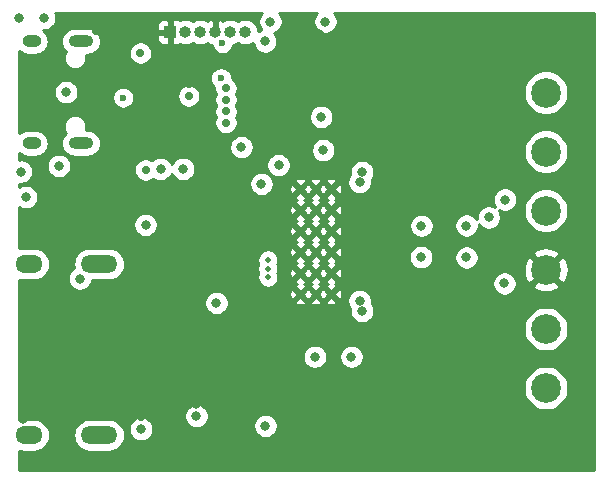
<source format=gbr>
%TF.GenerationSoftware,KiCad,Pcbnew,5.1.9-73d0e3b20d~88~ubuntu20.04.1*%
%TF.CreationDate,2021-04-24T16:50:53+02:00*%
%TF.ProjectId,elmo,656c6d6f-2e6b-4696-9361-645f70636258,v1.00*%
%TF.SameCoordinates,Original*%
%TF.FileFunction,Copper,L2,Inr*%
%TF.FilePolarity,Positive*%
%FSLAX46Y46*%
G04 Gerber Fmt 4.6, Leading zero omitted, Abs format (unit mm)*
G04 Created by KiCad (PCBNEW 5.1.9-73d0e3b20d~88~ubuntu20.04.1) date 2021-04-24 16:50:53*
%MOMM*%
%LPD*%
G01*
G04 APERTURE LIST*
%TA.AperFunction,ComponentPad*%
%ADD10C,2.524000*%
%TD*%
%TA.AperFunction,ComponentPad*%
%ADD11O,3.100000X1.500000*%
%TD*%
%TA.AperFunction,ComponentPad*%
%ADD12O,2.300000X1.500000*%
%TD*%
%TA.AperFunction,ComponentPad*%
%ADD13O,2.100000X1.000000*%
%TD*%
%TA.AperFunction,ComponentPad*%
%ADD14O,1.600000X1.000000*%
%TD*%
%TA.AperFunction,ComponentPad*%
%ADD15R,1.000000X1.000000*%
%TD*%
%TA.AperFunction,ComponentPad*%
%ADD16O,1.000000X1.000000*%
%TD*%
%TA.AperFunction,ComponentPad*%
%ADD17C,0.600000*%
%TD*%
%TA.AperFunction,ViaPad*%
%ADD18C,0.700000*%
%TD*%
%TA.AperFunction,ViaPad*%
%ADD19C,0.800000*%
%TD*%
%TA.AperFunction,ViaPad*%
%ADD20C,0.600000*%
%TD*%
%TA.AperFunction,ViaPad*%
%ADD21C,0.500000*%
%TD*%
%TA.AperFunction,Conductor*%
%ADD22C,0.254000*%
%TD*%
%TA.AperFunction,Conductor*%
%ADD23C,0.100000*%
%TD*%
G04 APERTURE END LIST*
D10*
%TO.N,speaker_rigth_m*%
%TO.C,J3*%
X170300000Y-112400000D03*
%TO.N,speaker_rigth_p*%
X170300000Y-107400000D03*
%TO.N,GND*%
X170300000Y-102400000D03*
%TO.N,vin*%
X170300000Y-97400000D03*
%TO.N,speaker_left_m*%
X170300000Y-92400000D03*
%TO.N,speaker_left_p*%
X170300000Y-87400000D03*
%TD*%
D11*
%TO.N,N/C*%
%TO.C,J1*%
X132460000Y-101900000D03*
X132460000Y-116400000D03*
D12*
X126500000Y-101900000D03*
X126500000Y-116400000D03*
%TD*%
D13*
%TO.N,N/C*%
%TO.C,J2*%
X130925000Y-83030000D03*
X130925000Y-91670000D03*
D14*
X126745000Y-83030000D03*
X126745000Y-91670000D03*
%TD*%
D15*
%TO.N,GND*%
%TO.C,J4*%
X138465000Y-82260000D03*
D16*
%TO.N,swdio*%
X139735000Y-82260000D03*
%TO.N,swclk*%
X141005000Y-82260000D03*
%TO.N,GND*%
X142275000Y-82260000D03*
%TO.N,uart_rx*%
X143545000Y-82260000D03*
%TO.N,uart_tx*%
X144815000Y-82260000D03*
%TD*%
D17*
%TO.N,GND*%
%TO.C,U1*%
X149500000Y-95550000D03*
X150800000Y-95550000D03*
X152100000Y-95550000D03*
X152100000Y-97330000D03*
X150800000Y-97330000D03*
X149500000Y-97330000D03*
X152100000Y-99110000D03*
X150800000Y-99110000D03*
X149500000Y-99110000D03*
X152100000Y-100890000D03*
X150800000Y-100890000D03*
X149500000Y-100890000D03*
X152100000Y-102670000D03*
X150800000Y-102670000D03*
X149500000Y-102670000D03*
X152100000Y-104450000D03*
X150800000Y-104450000D03*
X149500000Y-104450000D03*
%TD*%
D18*
%TO.N,GND*%
X153500000Y-89450000D03*
X153500000Y-88760000D03*
D19*
X166800000Y-90700000D03*
X164110022Y-90689978D03*
X165460000Y-86150000D03*
X166790000Y-87250000D03*
X166830000Y-94550000D03*
X165450000Y-102050000D03*
X161650000Y-98680000D03*
X161630000Y-101340000D03*
X157840000Y-101330000D03*
X157840000Y-98660000D03*
X166780000Y-105460000D03*
X165450000Y-113770000D03*
X166780000Y-112670000D03*
X166770000Y-109230000D03*
X164110000Y-109230000D03*
X144655000Y-95105000D03*
X143715000Y-112625000D03*
X146540000Y-112875000D03*
X140700000Y-113730000D03*
X136030000Y-113925000D03*
X136030000Y-111975000D03*
X131320000Y-110150000D03*
X131320000Y-108650000D03*
X151040000Y-82450000D03*
D18*
X153500000Y-90150000D03*
D19*
X159590000Y-83820000D03*
X159590000Y-81830000D03*
D18*
X134500000Y-93920000D03*
X140075000Y-86700000D03*
D20*
X134500000Y-86870000D03*
D19*
X134910000Y-89650000D03*
X134910000Y-85050000D03*
X132670000Y-84000000D03*
X132660000Y-90700000D03*
X132690000Y-93570000D03*
X136755000Y-105720000D03*
D18*
X136030000Y-114890000D03*
D19*
X140664991Y-111120000D03*
X145975000Y-85725000D03*
X147825000Y-85870000D03*
X149550000Y-93520000D03*
X131320000Y-111640000D03*
X131320000Y-113140000D03*
X156819992Y-90910000D03*
X155540000Y-92269966D03*
X142425001Y-102475000D03*
X144678659Y-99006341D03*
X145975000Y-90275000D03*
X130909999Y-105289999D03*
X153825000Y-116700000D03*
X150725000Y-116700000D03*
D18*
X130850000Y-98430000D03*
D19*
X174000000Y-81000000D03*
X170000000Y-81000000D03*
X166000000Y-81000000D03*
X162000000Y-81000000D03*
X174000000Y-85000000D03*
X174000000Y-103000000D03*
X174000000Y-107000000D03*
X174000000Y-111000000D03*
X174000000Y-115000000D03*
X174000000Y-119000000D03*
X146000000Y-119000000D03*
X142000000Y-119000000D03*
X138000000Y-119000000D03*
X134000000Y-119000000D03*
X130000000Y-119000000D03*
X126000000Y-119000000D03*
X126000000Y-115000000D03*
X126000000Y-111000000D03*
X126000000Y-107000000D03*
X126000000Y-99000000D03*
X126000000Y-85000000D03*
X126000000Y-89000000D03*
X160690000Y-88420000D03*
X160700000Y-95500000D03*
X160700000Y-104500000D03*
X160700000Y-111600000D03*
D18*
X132220000Y-82150000D03*
D19*
X174000000Y-89000000D03*
X174000000Y-93000000D03*
X174000000Y-97000000D03*
X174000000Y-100000000D03*
X170000000Y-119000000D03*
X166000000Y-119000000D03*
X162000000Y-119000000D03*
X158000000Y-119000000D03*
D18*
X145980000Y-104870000D03*
D19*
X148876041Y-82303959D03*
D18*
X140490000Y-107500000D03*
D19*
%TO.N,+5V*%
X129057650Y-93591887D03*
X146530000Y-83060000D03*
X130830000Y-103140000D03*
X127802653Y-81060000D03*
%TO.N,+3V3*%
X146205000Y-95105000D03*
X146540000Y-115600000D03*
X140700000Y-114770000D03*
X136020000Y-115875000D03*
X125840000Y-94080000D03*
X126270000Y-96230000D03*
D18*
X136400000Y-93930000D03*
D19*
X136400000Y-98590000D03*
X137670000Y-93850000D03*
X139580000Y-93850000D03*
D18*
X140060000Y-87675000D03*
X143200000Y-87997793D03*
D19*
X147650000Y-93520000D03*
X142400000Y-105200000D03*
%TO.N,usb_vbus*%
X125700000Y-81060000D03*
D20*
X134500000Y-87820000D03*
D19*
X129670000Y-87350000D03*
D21*
%TO.N,i2c_scl*%
X146750000Y-102280000D03*
D18*
X143200000Y-88975000D03*
D21*
%TO.N,i2c_sda*%
X146750000Y-101530000D03*
D18*
X143201039Y-89928570D03*
D21*
%TO.N,tas_pdn*%
X146750000Y-103030000D03*
D18*
X143200000Y-87025000D03*
D19*
%TO.N,vin*%
X151270000Y-89450000D03*
X166830000Y-96450000D03*
X165450000Y-97950000D03*
X163560000Y-98650000D03*
X163560000Y-101340000D03*
X159750000Y-98660000D03*
X159730000Y-101320000D03*
X166780000Y-103540000D03*
X154725000Y-94125000D03*
X154525000Y-94975000D03*
X154725000Y-105875000D03*
X154525000Y-105025000D03*
X151440000Y-92260000D03*
X153825000Y-109750000D03*
X150725000Y-109750000D03*
X151620000Y-81380000D03*
D20*
%TO.N,uart_tx*%
X142900002Y-83180008D03*
D19*
%TO.N,led1*%
X146970000Y-81380000D03*
D18*
X135960000Y-84040000D03*
D19*
%TO.N,dir_error*%
X144502500Y-92000000D03*
D20*
X142785037Y-86168927D03*
%TD*%
D22*
%TO.N,GND*%
X146166063Y-80720226D02*
X146052795Y-80889744D01*
X145974774Y-81078102D01*
X145935000Y-81278061D01*
X145935000Y-81481939D01*
X145974774Y-81681898D01*
X146052795Y-81870256D01*
X146166063Y-82039774D01*
X146201912Y-82075623D01*
X146039744Y-82142795D01*
X145950000Y-82202760D01*
X145950000Y-82148212D01*
X145906383Y-81928933D01*
X145820824Y-81722376D01*
X145696612Y-81536480D01*
X145538520Y-81378388D01*
X145352624Y-81254176D01*
X145146067Y-81168617D01*
X144926788Y-81125000D01*
X144703212Y-81125000D01*
X144483933Y-81168617D01*
X144277376Y-81254176D01*
X144180000Y-81319241D01*
X144082624Y-81254176D01*
X143876067Y-81168617D01*
X143656788Y-81125000D01*
X143433212Y-81125000D01*
X143213933Y-81168617D01*
X143007376Y-81254176D01*
X142905342Y-81322353D01*
X142835206Y-81272877D01*
X142631864Y-81182554D01*
X142576874Y-81165881D01*
X142402000Y-81292046D01*
X142402000Y-82133000D01*
X142413026Y-82133000D01*
X142410000Y-82148212D01*
X142410000Y-82371788D01*
X142411951Y-82381598D01*
X142403867Y-82387000D01*
X142402000Y-82387000D01*
X142402000Y-82388247D01*
X142373934Y-82407000D01*
X142148000Y-82407000D01*
X142148000Y-82387000D01*
X142136974Y-82387000D01*
X142140000Y-82371788D01*
X142140000Y-82148212D01*
X142136974Y-82133000D01*
X142148000Y-82133000D01*
X142148000Y-81292046D01*
X141973126Y-81165881D01*
X141918136Y-81182554D01*
X141714794Y-81272877D01*
X141644658Y-81322353D01*
X141542624Y-81254176D01*
X141336067Y-81168617D01*
X141116788Y-81125000D01*
X140893212Y-81125000D01*
X140673933Y-81168617D01*
X140467376Y-81254176D01*
X140370000Y-81319241D01*
X140272624Y-81254176D01*
X140066067Y-81168617D01*
X139846788Y-81125000D01*
X139623212Y-81125000D01*
X139403933Y-81168617D01*
X139292226Y-81214888D01*
X139209180Y-81170498D01*
X139089482Y-81134188D01*
X138965000Y-81121928D01*
X138750750Y-81125000D01*
X138592000Y-81283750D01*
X138592000Y-82133000D01*
X138603026Y-82133000D01*
X138600000Y-82148212D01*
X138600000Y-82371788D01*
X138603026Y-82387000D01*
X138592000Y-82387000D01*
X138592000Y-83236250D01*
X138750750Y-83395000D01*
X138965000Y-83398072D01*
X139089482Y-83385812D01*
X139209180Y-83349502D01*
X139292226Y-83305112D01*
X139403933Y-83351383D01*
X139623212Y-83395000D01*
X139846788Y-83395000D01*
X140066067Y-83351383D01*
X140272624Y-83265824D01*
X140370000Y-83200759D01*
X140467376Y-83265824D01*
X140673933Y-83351383D01*
X140893212Y-83395000D01*
X141116788Y-83395000D01*
X141336067Y-83351383D01*
X141542624Y-83265824D01*
X141644658Y-83197647D01*
X141714794Y-83247123D01*
X141918136Y-83337446D01*
X141973126Y-83354119D01*
X141980289Y-83348951D01*
X142000934Y-83452737D01*
X142071416Y-83622897D01*
X142173740Y-83776036D01*
X142303974Y-83906270D01*
X142457113Y-84008594D01*
X142627273Y-84079076D01*
X142807913Y-84115008D01*
X142992091Y-84115008D01*
X143172731Y-84079076D01*
X143342891Y-84008594D01*
X143496030Y-83906270D01*
X143626264Y-83776036D01*
X143728588Y-83622897D01*
X143799070Y-83452737D01*
X143816889Y-83363154D01*
X143876067Y-83351383D01*
X144082624Y-83265824D01*
X144180000Y-83200759D01*
X144277376Y-83265824D01*
X144483933Y-83351383D01*
X144703212Y-83395000D01*
X144926788Y-83395000D01*
X145146067Y-83351383D01*
X145352624Y-83265824D01*
X145496537Y-83169664D01*
X145534774Y-83361898D01*
X145612795Y-83550256D01*
X145726063Y-83719774D01*
X145870226Y-83863937D01*
X146039744Y-83977205D01*
X146228102Y-84055226D01*
X146428061Y-84095000D01*
X146631939Y-84095000D01*
X146831898Y-84055226D01*
X147020256Y-83977205D01*
X147189774Y-83863937D01*
X147333937Y-83719774D01*
X147447205Y-83550256D01*
X147525226Y-83361898D01*
X147565000Y-83161939D01*
X147565000Y-82958061D01*
X147525226Y-82758102D01*
X147447205Y-82569744D01*
X147333937Y-82400226D01*
X147298088Y-82364377D01*
X147460256Y-82297205D01*
X147629774Y-82183937D01*
X147773937Y-82039774D01*
X147887205Y-81870256D01*
X147965226Y-81681898D01*
X148005000Y-81481939D01*
X148005000Y-81278061D01*
X147965226Y-81078102D01*
X147887205Y-80889744D01*
X147773937Y-80720226D01*
X147713711Y-80660000D01*
X150876289Y-80660000D01*
X150816063Y-80720226D01*
X150702795Y-80889744D01*
X150624774Y-81078102D01*
X150585000Y-81278061D01*
X150585000Y-81481939D01*
X150624774Y-81681898D01*
X150702795Y-81870256D01*
X150816063Y-82039774D01*
X150960226Y-82183937D01*
X151129744Y-82297205D01*
X151318102Y-82375226D01*
X151518061Y-82415000D01*
X151721939Y-82415000D01*
X151921898Y-82375226D01*
X152110256Y-82297205D01*
X152279774Y-82183937D01*
X152423937Y-82039774D01*
X152537205Y-81870256D01*
X152615226Y-81681898D01*
X152655000Y-81481939D01*
X152655000Y-81278061D01*
X152615226Y-81078102D01*
X152537205Y-80889744D01*
X152423937Y-80720226D01*
X152363711Y-80660000D01*
X174340000Y-80660000D01*
X174340001Y-119340000D01*
X125660000Y-119340000D01*
X125660000Y-117713848D01*
X125828493Y-117764960D01*
X126031963Y-117785000D01*
X126968037Y-117785000D01*
X127171507Y-117764960D01*
X127432581Y-117685764D01*
X127673188Y-117557157D01*
X127884081Y-117384081D01*
X128057157Y-117173188D01*
X128185764Y-116932581D01*
X128264960Y-116671507D01*
X128291701Y-116400000D01*
X130268299Y-116400000D01*
X130295040Y-116671507D01*
X130374236Y-116932581D01*
X130502843Y-117173188D01*
X130675919Y-117384081D01*
X130886812Y-117557157D01*
X131127419Y-117685764D01*
X131388493Y-117764960D01*
X131591963Y-117785000D01*
X133328037Y-117785000D01*
X133531507Y-117764960D01*
X133792581Y-117685764D01*
X134033188Y-117557157D01*
X134244081Y-117384081D01*
X134417157Y-117173188D01*
X134545764Y-116932581D01*
X134624960Y-116671507D01*
X134651701Y-116400000D01*
X134624960Y-116128493D01*
X134545764Y-115867419D01*
X134495329Y-115773061D01*
X134985000Y-115773061D01*
X134985000Y-115976939D01*
X135024774Y-116176898D01*
X135102795Y-116365256D01*
X135216063Y-116534774D01*
X135360226Y-116678937D01*
X135529744Y-116792205D01*
X135718102Y-116870226D01*
X135918061Y-116910000D01*
X136121939Y-116910000D01*
X136321898Y-116870226D01*
X136510256Y-116792205D01*
X136679774Y-116678937D01*
X136823937Y-116534774D01*
X136937205Y-116365256D01*
X137015226Y-116176898D01*
X137055000Y-115976939D01*
X137055000Y-115773061D01*
X137015226Y-115573102D01*
X136937205Y-115384744D01*
X136823937Y-115215226D01*
X136679774Y-115071063D01*
X136510256Y-114957795D01*
X136321898Y-114879774D01*
X136121939Y-114840000D01*
X135918061Y-114840000D01*
X135718102Y-114879774D01*
X135529744Y-114957795D01*
X135360226Y-115071063D01*
X135216063Y-115215226D01*
X135102795Y-115384744D01*
X135024774Y-115573102D01*
X134985000Y-115773061D01*
X134495329Y-115773061D01*
X134417157Y-115626812D01*
X134244081Y-115415919D01*
X134033188Y-115242843D01*
X133792581Y-115114236D01*
X133531507Y-115035040D01*
X133328037Y-115015000D01*
X131591963Y-115015000D01*
X131388493Y-115035040D01*
X131127419Y-115114236D01*
X130886812Y-115242843D01*
X130675919Y-115415919D01*
X130502843Y-115626812D01*
X130374236Y-115867419D01*
X130295040Y-116128493D01*
X130268299Y-116400000D01*
X128291701Y-116400000D01*
X128264960Y-116128493D01*
X128185764Y-115867419D01*
X128057157Y-115626812D01*
X127884081Y-115415919D01*
X127673188Y-115242843D01*
X127432581Y-115114236D01*
X127171507Y-115035040D01*
X126968037Y-115015000D01*
X126031963Y-115015000D01*
X125828493Y-115035040D01*
X125660000Y-115086152D01*
X125660000Y-114668061D01*
X139665000Y-114668061D01*
X139665000Y-114871939D01*
X139704774Y-115071898D01*
X139782795Y-115260256D01*
X139896063Y-115429774D01*
X140040226Y-115573937D01*
X140209744Y-115687205D01*
X140398102Y-115765226D01*
X140598061Y-115805000D01*
X140801939Y-115805000D01*
X141001898Y-115765226D01*
X141190256Y-115687205D01*
X141359774Y-115573937D01*
X141435650Y-115498061D01*
X145505000Y-115498061D01*
X145505000Y-115701939D01*
X145544774Y-115901898D01*
X145622795Y-116090256D01*
X145736063Y-116259774D01*
X145880226Y-116403937D01*
X146049744Y-116517205D01*
X146238102Y-116595226D01*
X146438061Y-116635000D01*
X146641939Y-116635000D01*
X146841898Y-116595226D01*
X147030256Y-116517205D01*
X147199774Y-116403937D01*
X147343937Y-116259774D01*
X147457205Y-116090256D01*
X147535226Y-115901898D01*
X147575000Y-115701939D01*
X147575000Y-115498061D01*
X147535226Y-115298102D01*
X147457205Y-115109744D01*
X147343937Y-114940226D01*
X147199774Y-114796063D01*
X147030256Y-114682795D01*
X146841898Y-114604774D01*
X146641939Y-114565000D01*
X146438061Y-114565000D01*
X146238102Y-114604774D01*
X146049744Y-114682795D01*
X145880226Y-114796063D01*
X145736063Y-114940226D01*
X145622795Y-115109744D01*
X145544774Y-115298102D01*
X145505000Y-115498061D01*
X141435650Y-115498061D01*
X141503937Y-115429774D01*
X141617205Y-115260256D01*
X141695226Y-115071898D01*
X141735000Y-114871939D01*
X141735000Y-114668061D01*
X141695226Y-114468102D01*
X141617205Y-114279744D01*
X141503937Y-114110226D01*
X141359774Y-113966063D01*
X141190256Y-113852795D01*
X141001898Y-113774774D01*
X140801939Y-113735000D01*
X140598061Y-113735000D01*
X140398102Y-113774774D01*
X140209744Y-113852795D01*
X140040226Y-113966063D01*
X139896063Y-114110226D01*
X139782795Y-114279744D01*
X139704774Y-114468102D01*
X139665000Y-114668061D01*
X125660000Y-114668061D01*
X125660000Y-112213162D01*
X168403000Y-112213162D01*
X168403000Y-112586838D01*
X168475900Y-112953335D01*
X168618900Y-113298567D01*
X168826504Y-113609267D01*
X169090733Y-113873496D01*
X169401433Y-114081100D01*
X169746665Y-114224100D01*
X170113162Y-114297000D01*
X170486838Y-114297000D01*
X170853335Y-114224100D01*
X171198567Y-114081100D01*
X171509267Y-113873496D01*
X171773496Y-113609267D01*
X171981100Y-113298567D01*
X172124100Y-112953335D01*
X172197000Y-112586838D01*
X172197000Y-112213162D01*
X172124100Y-111846665D01*
X171981100Y-111501433D01*
X171773496Y-111190733D01*
X171509267Y-110926504D01*
X171198567Y-110718900D01*
X170853335Y-110575900D01*
X170486838Y-110503000D01*
X170113162Y-110503000D01*
X169746665Y-110575900D01*
X169401433Y-110718900D01*
X169090733Y-110926504D01*
X168826504Y-111190733D01*
X168618900Y-111501433D01*
X168475900Y-111846665D01*
X168403000Y-112213162D01*
X125660000Y-112213162D01*
X125660000Y-109648061D01*
X149690000Y-109648061D01*
X149690000Y-109851939D01*
X149729774Y-110051898D01*
X149807795Y-110240256D01*
X149921063Y-110409774D01*
X150065226Y-110553937D01*
X150234744Y-110667205D01*
X150423102Y-110745226D01*
X150623061Y-110785000D01*
X150826939Y-110785000D01*
X151026898Y-110745226D01*
X151215256Y-110667205D01*
X151384774Y-110553937D01*
X151528937Y-110409774D01*
X151642205Y-110240256D01*
X151720226Y-110051898D01*
X151760000Y-109851939D01*
X151760000Y-109648061D01*
X152790000Y-109648061D01*
X152790000Y-109851939D01*
X152829774Y-110051898D01*
X152907795Y-110240256D01*
X153021063Y-110409774D01*
X153165226Y-110553937D01*
X153334744Y-110667205D01*
X153523102Y-110745226D01*
X153723061Y-110785000D01*
X153926939Y-110785000D01*
X154126898Y-110745226D01*
X154315256Y-110667205D01*
X154484774Y-110553937D01*
X154628937Y-110409774D01*
X154742205Y-110240256D01*
X154820226Y-110051898D01*
X154860000Y-109851939D01*
X154860000Y-109648061D01*
X154820226Y-109448102D01*
X154742205Y-109259744D01*
X154628937Y-109090226D01*
X154484774Y-108946063D01*
X154315256Y-108832795D01*
X154126898Y-108754774D01*
X153926939Y-108715000D01*
X153723061Y-108715000D01*
X153523102Y-108754774D01*
X153334744Y-108832795D01*
X153165226Y-108946063D01*
X153021063Y-109090226D01*
X152907795Y-109259744D01*
X152829774Y-109448102D01*
X152790000Y-109648061D01*
X151760000Y-109648061D01*
X151720226Y-109448102D01*
X151642205Y-109259744D01*
X151528937Y-109090226D01*
X151384774Y-108946063D01*
X151215256Y-108832795D01*
X151026898Y-108754774D01*
X150826939Y-108715000D01*
X150623061Y-108715000D01*
X150423102Y-108754774D01*
X150234744Y-108832795D01*
X150065226Y-108946063D01*
X149921063Y-109090226D01*
X149807795Y-109259744D01*
X149729774Y-109448102D01*
X149690000Y-109648061D01*
X125660000Y-109648061D01*
X125660000Y-107213162D01*
X168403000Y-107213162D01*
X168403000Y-107586838D01*
X168475900Y-107953335D01*
X168618900Y-108298567D01*
X168826504Y-108609267D01*
X169090733Y-108873496D01*
X169401433Y-109081100D01*
X169746665Y-109224100D01*
X170113162Y-109297000D01*
X170486838Y-109297000D01*
X170853335Y-109224100D01*
X171198567Y-109081100D01*
X171509267Y-108873496D01*
X171773496Y-108609267D01*
X171981100Y-108298567D01*
X172124100Y-107953335D01*
X172197000Y-107586838D01*
X172197000Y-107213162D01*
X172124100Y-106846665D01*
X171981100Y-106501433D01*
X171773496Y-106190733D01*
X171509267Y-105926504D01*
X171198567Y-105718900D01*
X170853335Y-105575900D01*
X170486838Y-105503000D01*
X170113162Y-105503000D01*
X169746665Y-105575900D01*
X169401433Y-105718900D01*
X169090733Y-105926504D01*
X168826504Y-106190733D01*
X168618900Y-106501433D01*
X168475900Y-106846665D01*
X168403000Y-107213162D01*
X125660000Y-107213162D01*
X125660000Y-105098061D01*
X141365000Y-105098061D01*
X141365000Y-105301939D01*
X141404774Y-105501898D01*
X141482795Y-105690256D01*
X141596063Y-105859774D01*
X141740226Y-106003937D01*
X141909744Y-106117205D01*
X142098102Y-106195226D01*
X142298061Y-106235000D01*
X142501939Y-106235000D01*
X142701898Y-106195226D01*
X142890256Y-106117205D01*
X143059774Y-106003937D01*
X143203937Y-105859774D01*
X143317205Y-105690256D01*
X143395226Y-105501898D01*
X143435000Y-105301939D01*
X143435000Y-105098061D01*
X143432311Y-105084541D01*
X149045064Y-105084541D01*
X149055575Y-105277763D01*
X149225603Y-105348562D01*
X149406176Y-105384828D01*
X149590355Y-105385171D01*
X149771061Y-105349574D01*
X149941351Y-105279408D01*
X149944425Y-105277763D01*
X149954936Y-105084541D01*
X150345064Y-105084541D01*
X150355575Y-105277763D01*
X150525603Y-105348562D01*
X150706176Y-105384828D01*
X150890355Y-105385171D01*
X151071061Y-105349574D01*
X151241351Y-105279408D01*
X151244425Y-105277763D01*
X151254936Y-105084541D01*
X151645064Y-105084541D01*
X151655575Y-105277763D01*
X151825603Y-105348562D01*
X152006176Y-105384828D01*
X152190355Y-105385171D01*
X152371061Y-105349574D01*
X152541351Y-105279408D01*
X152544425Y-105277763D01*
X152554936Y-105084541D01*
X152393456Y-104923061D01*
X153490000Y-104923061D01*
X153490000Y-105126939D01*
X153529774Y-105326898D01*
X153607795Y-105515256D01*
X153710659Y-105669203D01*
X153690000Y-105773061D01*
X153690000Y-105976939D01*
X153729774Y-106176898D01*
X153807795Y-106365256D01*
X153921063Y-106534774D01*
X154065226Y-106678937D01*
X154234744Y-106792205D01*
X154423102Y-106870226D01*
X154623061Y-106910000D01*
X154826939Y-106910000D01*
X155026898Y-106870226D01*
X155215256Y-106792205D01*
X155384774Y-106678937D01*
X155528937Y-106534774D01*
X155642205Y-106365256D01*
X155720226Y-106176898D01*
X155760000Y-105976939D01*
X155760000Y-105773061D01*
X155720226Y-105573102D01*
X155642205Y-105384744D01*
X155539341Y-105230797D01*
X155560000Y-105126939D01*
X155560000Y-104923061D01*
X155520226Y-104723102D01*
X155442205Y-104534744D01*
X155328937Y-104365226D01*
X155184774Y-104221063D01*
X155015256Y-104107795D01*
X154826898Y-104029774D01*
X154626939Y-103990000D01*
X154423061Y-103990000D01*
X154223102Y-104029774D01*
X154034744Y-104107795D01*
X153865226Y-104221063D01*
X153721063Y-104365226D01*
X153607795Y-104534744D01*
X153529774Y-104723102D01*
X153490000Y-104923061D01*
X152393456Y-104923061D01*
X152100000Y-104629605D01*
X151645064Y-105084541D01*
X151254936Y-105084541D01*
X150800000Y-104629605D01*
X150345064Y-105084541D01*
X149954936Y-105084541D01*
X149500000Y-104629605D01*
X149045064Y-105084541D01*
X143432311Y-105084541D01*
X143395226Y-104898102D01*
X143317205Y-104709744D01*
X143204024Y-104540355D01*
X148564829Y-104540355D01*
X148600426Y-104721061D01*
X148670592Y-104891351D01*
X148672237Y-104894425D01*
X148865459Y-104904936D01*
X149320395Y-104450000D01*
X149679605Y-104450000D01*
X149888102Y-104658497D01*
X149900426Y-104721061D01*
X149970592Y-104891351D01*
X149972237Y-104894425D01*
X150132762Y-104903157D01*
X150134541Y-104904936D01*
X150150000Y-104904095D01*
X150165459Y-104904936D01*
X150167238Y-104903157D01*
X150327763Y-104894425D01*
X150398562Y-104724397D01*
X150411772Y-104658623D01*
X150620395Y-104450000D01*
X150979605Y-104450000D01*
X151188102Y-104658497D01*
X151200426Y-104721061D01*
X151270592Y-104891351D01*
X151272237Y-104894425D01*
X151432762Y-104903157D01*
X151434541Y-104904936D01*
X151450000Y-104904095D01*
X151465459Y-104904936D01*
X151467238Y-104903157D01*
X151627763Y-104894425D01*
X151698562Y-104724397D01*
X151711772Y-104658623D01*
X151920395Y-104450000D01*
X152279605Y-104450000D01*
X152734541Y-104904936D01*
X152927763Y-104894425D01*
X152998562Y-104724397D01*
X153034828Y-104543824D01*
X153035171Y-104359645D01*
X152999574Y-104178939D01*
X152929408Y-104008649D01*
X152927763Y-104005575D01*
X152734541Y-103995064D01*
X152279605Y-104450000D01*
X151920395Y-104450000D01*
X151711898Y-104241503D01*
X151699574Y-104178939D01*
X151629408Y-104008649D01*
X151627763Y-104005575D01*
X151467238Y-103996843D01*
X151465459Y-103995064D01*
X151450000Y-103995905D01*
X151434541Y-103995064D01*
X151432762Y-103996843D01*
X151272237Y-104005575D01*
X151201438Y-104175603D01*
X151188228Y-104241377D01*
X150979605Y-104450000D01*
X150620395Y-104450000D01*
X150411898Y-104241503D01*
X150399574Y-104178939D01*
X150329408Y-104008649D01*
X150327763Y-104005575D01*
X150167238Y-103996843D01*
X150165459Y-103995064D01*
X150150000Y-103995905D01*
X150134541Y-103995064D01*
X150132762Y-103996843D01*
X149972237Y-104005575D01*
X149901438Y-104175603D01*
X149888228Y-104241377D01*
X149679605Y-104450000D01*
X149320395Y-104450000D01*
X148865459Y-103995064D01*
X148672237Y-104005575D01*
X148601438Y-104175603D01*
X148565172Y-104356176D01*
X148564829Y-104540355D01*
X143204024Y-104540355D01*
X143203937Y-104540226D01*
X143059774Y-104396063D01*
X142890256Y-104282795D01*
X142701898Y-104204774D01*
X142501939Y-104165000D01*
X142298061Y-104165000D01*
X142098102Y-104204774D01*
X141909744Y-104282795D01*
X141740226Y-104396063D01*
X141596063Y-104540226D01*
X141482795Y-104709744D01*
X141404774Y-104898102D01*
X141365000Y-105098061D01*
X125660000Y-105098061D01*
X125660000Y-103213848D01*
X125828493Y-103264960D01*
X126031963Y-103285000D01*
X126968037Y-103285000D01*
X127171507Y-103264960D01*
X127432581Y-103185764D01*
X127673188Y-103057157D01*
X127696456Y-103038061D01*
X129795000Y-103038061D01*
X129795000Y-103241939D01*
X129834774Y-103441898D01*
X129912795Y-103630256D01*
X130026063Y-103799774D01*
X130170226Y-103943937D01*
X130339744Y-104057205D01*
X130528102Y-104135226D01*
X130728061Y-104175000D01*
X130931939Y-104175000D01*
X131131898Y-104135226D01*
X131320256Y-104057205D01*
X131489774Y-103943937D01*
X131633937Y-103799774D01*
X131747205Y-103630256D01*
X131825226Y-103441898D01*
X131856435Y-103285000D01*
X133328037Y-103285000D01*
X133531507Y-103264960D01*
X133792581Y-103185764D01*
X134033188Y-103057157D01*
X134244081Y-102884081D01*
X134417157Y-102673188D01*
X134545764Y-102432581D01*
X134624960Y-102171507D01*
X134651701Y-101900000D01*
X134624960Y-101628493D01*
X134568642Y-101442835D01*
X145865000Y-101442835D01*
X145865000Y-101617165D01*
X145899010Y-101788145D01*
X145947413Y-101905000D01*
X145899010Y-102021855D01*
X145865000Y-102192835D01*
X145865000Y-102367165D01*
X145899010Y-102538145D01*
X145947413Y-102655000D01*
X145899010Y-102771855D01*
X145865000Y-102942835D01*
X145865000Y-103117165D01*
X145899010Y-103288145D01*
X145965723Y-103449205D01*
X146062576Y-103594155D01*
X146185845Y-103717424D01*
X146330795Y-103814277D01*
X146491855Y-103880990D01*
X146662835Y-103915000D01*
X146837165Y-103915000D01*
X147008145Y-103880990D01*
X147169205Y-103814277D01*
X147314155Y-103717424D01*
X147437424Y-103594155D01*
X147534277Y-103449205D01*
X147594198Y-103304541D01*
X149045064Y-103304541D01*
X149055575Y-103497763D01*
X149205370Y-103560137D01*
X149058649Y-103620592D01*
X149055575Y-103622237D01*
X149045064Y-103815459D01*
X149500000Y-104270395D01*
X149954936Y-103815459D01*
X149944425Y-103622237D01*
X149794630Y-103559863D01*
X149941351Y-103499408D01*
X149944425Y-103497763D01*
X149954936Y-103304541D01*
X150345064Y-103304541D01*
X150355575Y-103497763D01*
X150505370Y-103560137D01*
X150358649Y-103620592D01*
X150355575Y-103622237D01*
X150345064Y-103815459D01*
X150800000Y-104270395D01*
X151254936Y-103815459D01*
X151244425Y-103622237D01*
X151094630Y-103559863D01*
X151241351Y-103499408D01*
X151244425Y-103497763D01*
X151254936Y-103304541D01*
X151645064Y-103304541D01*
X151655575Y-103497763D01*
X151805370Y-103560137D01*
X151658649Y-103620592D01*
X151655575Y-103622237D01*
X151645064Y-103815459D01*
X152100000Y-104270395D01*
X152554936Y-103815459D01*
X152544425Y-103622237D01*
X152394630Y-103559863D01*
X152541351Y-103499408D01*
X152544425Y-103497763D01*
X152547672Y-103438061D01*
X165745000Y-103438061D01*
X165745000Y-103641939D01*
X165784774Y-103841898D01*
X165862795Y-104030256D01*
X165976063Y-104199774D01*
X166120226Y-104343937D01*
X166289744Y-104457205D01*
X166478102Y-104535226D01*
X166678061Y-104575000D01*
X166881939Y-104575000D01*
X167081898Y-104535226D01*
X167270256Y-104457205D01*
X167439774Y-104343937D01*
X167583937Y-104199774D01*
X167697205Y-104030256D01*
X167775226Y-103841898D01*
X167799044Y-103722154D01*
X169157451Y-103722154D01*
X169284810Y-104013354D01*
X169619067Y-104180408D01*
X169979491Y-104279042D01*
X170352233Y-104305465D01*
X170722967Y-104258662D01*
X171077447Y-104140432D01*
X171315190Y-104013354D01*
X171442549Y-103722154D01*
X170300000Y-102579605D01*
X169157451Y-103722154D01*
X167799044Y-103722154D01*
X167815000Y-103641939D01*
X167815000Y-103438061D01*
X167775226Y-103238102D01*
X167697205Y-103049744D01*
X167583937Y-102880226D01*
X167439774Y-102736063D01*
X167270256Y-102622795D01*
X167081898Y-102544774D01*
X166881939Y-102505000D01*
X166678061Y-102505000D01*
X166478102Y-102544774D01*
X166289744Y-102622795D01*
X166120226Y-102736063D01*
X165976063Y-102880226D01*
X165862795Y-103049744D01*
X165784774Y-103238102D01*
X165745000Y-103438061D01*
X152547672Y-103438061D01*
X152554936Y-103304541D01*
X152100000Y-102849605D01*
X151645064Y-103304541D01*
X151254936Y-103304541D01*
X150800000Y-102849605D01*
X150345064Y-103304541D01*
X149954936Y-103304541D01*
X149500000Y-102849605D01*
X149045064Y-103304541D01*
X147594198Y-103304541D01*
X147600990Y-103288145D01*
X147635000Y-103117165D01*
X147635000Y-102942835D01*
X147600990Y-102771855D01*
X147596227Y-102760355D01*
X148564829Y-102760355D01*
X148600426Y-102941061D01*
X148670592Y-103111351D01*
X148672237Y-103114425D01*
X148865459Y-103124936D01*
X149320395Y-102670000D01*
X149679605Y-102670000D01*
X149888102Y-102878497D01*
X149900426Y-102941061D01*
X149970592Y-103111351D01*
X149972237Y-103114425D01*
X150132762Y-103123157D01*
X150134541Y-103124936D01*
X150150000Y-103124095D01*
X150165459Y-103124936D01*
X150167238Y-103123157D01*
X150327763Y-103114425D01*
X150398562Y-102944397D01*
X150411772Y-102878623D01*
X150620395Y-102670000D01*
X150979605Y-102670000D01*
X151188102Y-102878497D01*
X151200426Y-102941061D01*
X151270592Y-103111351D01*
X151272237Y-103114425D01*
X151432762Y-103123157D01*
X151434541Y-103124936D01*
X151450000Y-103124095D01*
X151465459Y-103124936D01*
X151467238Y-103123157D01*
X151627763Y-103114425D01*
X151698562Y-102944397D01*
X151711772Y-102878623D01*
X151920395Y-102670000D01*
X152279605Y-102670000D01*
X152734541Y-103124936D01*
X152927763Y-103114425D01*
X152998562Y-102944397D01*
X153034828Y-102763824D01*
X153035171Y-102579645D01*
X153010073Y-102452233D01*
X168394535Y-102452233D01*
X168441338Y-102822967D01*
X168559568Y-103177447D01*
X168686646Y-103415190D01*
X168977846Y-103542549D01*
X170120395Y-102400000D01*
X170479605Y-102400000D01*
X171622154Y-103542549D01*
X171913354Y-103415190D01*
X172080408Y-103080933D01*
X172179042Y-102720509D01*
X172205465Y-102347767D01*
X172158662Y-101977033D01*
X172040432Y-101622553D01*
X171913354Y-101384810D01*
X171622154Y-101257451D01*
X170479605Y-102400000D01*
X170120395Y-102400000D01*
X168977846Y-101257451D01*
X168686646Y-101384810D01*
X168519592Y-101719067D01*
X168420958Y-102079491D01*
X168394535Y-102452233D01*
X153010073Y-102452233D01*
X152999574Y-102398939D01*
X152929408Y-102228649D01*
X152927763Y-102225575D01*
X152734541Y-102215064D01*
X152279605Y-102670000D01*
X151920395Y-102670000D01*
X151711898Y-102461503D01*
X151699574Y-102398939D01*
X151629408Y-102228649D01*
X151627763Y-102225575D01*
X151467238Y-102216843D01*
X151465459Y-102215064D01*
X151450000Y-102215905D01*
X151434541Y-102215064D01*
X151432762Y-102216843D01*
X151272237Y-102225575D01*
X151201438Y-102395603D01*
X151188228Y-102461377D01*
X150979605Y-102670000D01*
X150620395Y-102670000D01*
X150411898Y-102461503D01*
X150399574Y-102398939D01*
X150329408Y-102228649D01*
X150327763Y-102225575D01*
X150167238Y-102216843D01*
X150165459Y-102215064D01*
X150150000Y-102215905D01*
X150134541Y-102215064D01*
X150132762Y-102216843D01*
X149972237Y-102225575D01*
X149901438Y-102395603D01*
X149888228Y-102461377D01*
X149679605Y-102670000D01*
X149320395Y-102670000D01*
X148865459Y-102215064D01*
X148672237Y-102225575D01*
X148601438Y-102395603D01*
X148565172Y-102576176D01*
X148564829Y-102760355D01*
X147596227Y-102760355D01*
X147552587Y-102655000D01*
X147600990Y-102538145D01*
X147635000Y-102367165D01*
X147635000Y-102192835D01*
X147600990Y-102021855D01*
X147552587Y-101905000D01*
X147600990Y-101788145D01*
X147635000Y-101617165D01*
X147635000Y-101524541D01*
X149045064Y-101524541D01*
X149055575Y-101717763D01*
X149205370Y-101780137D01*
X149058649Y-101840592D01*
X149055575Y-101842237D01*
X149045064Y-102035459D01*
X149500000Y-102490395D01*
X149954936Y-102035459D01*
X149944425Y-101842237D01*
X149794630Y-101779863D01*
X149941351Y-101719408D01*
X149944425Y-101717763D01*
X149954936Y-101524541D01*
X150345064Y-101524541D01*
X150355575Y-101717763D01*
X150505370Y-101780137D01*
X150358649Y-101840592D01*
X150355575Y-101842237D01*
X150345064Y-102035459D01*
X150800000Y-102490395D01*
X151254936Y-102035459D01*
X151244425Y-101842237D01*
X151094630Y-101779863D01*
X151241351Y-101719408D01*
X151244425Y-101717763D01*
X151254936Y-101524541D01*
X151645064Y-101524541D01*
X151655575Y-101717763D01*
X151805370Y-101780137D01*
X151658649Y-101840592D01*
X151655575Y-101842237D01*
X151645064Y-102035459D01*
X152100000Y-102490395D01*
X152554936Y-102035459D01*
X152544425Y-101842237D01*
X152394630Y-101779863D01*
X152541351Y-101719408D01*
X152544425Y-101717763D01*
X152554936Y-101524541D01*
X152100000Y-101069605D01*
X151645064Y-101524541D01*
X151254936Y-101524541D01*
X150800000Y-101069605D01*
X150345064Y-101524541D01*
X149954936Y-101524541D01*
X149500000Y-101069605D01*
X149045064Y-101524541D01*
X147635000Y-101524541D01*
X147635000Y-101442835D01*
X147600990Y-101271855D01*
X147534277Y-101110795D01*
X147447120Y-100980355D01*
X148564829Y-100980355D01*
X148600426Y-101161061D01*
X148670592Y-101331351D01*
X148672237Y-101334425D01*
X148865459Y-101344936D01*
X149320395Y-100890000D01*
X149679605Y-100890000D01*
X149888102Y-101098497D01*
X149900426Y-101161061D01*
X149970592Y-101331351D01*
X149972237Y-101334425D01*
X150132762Y-101343157D01*
X150134541Y-101344936D01*
X150150000Y-101344095D01*
X150165459Y-101344936D01*
X150167238Y-101343157D01*
X150327763Y-101334425D01*
X150398562Y-101164397D01*
X150411772Y-101098623D01*
X150620395Y-100890000D01*
X150979605Y-100890000D01*
X151188102Y-101098497D01*
X151200426Y-101161061D01*
X151270592Y-101331351D01*
X151272237Y-101334425D01*
X151432762Y-101343157D01*
X151434541Y-101344936D01*
X151450000Y-101344095D01*
X151465459Y-101344936D01*
X151467238Y-101343157D01*
X151627763Y-101334425D01*
X151698562Y-101164397D01*
X151711772Y-101098623D01*
X151920395Y-100890000D01*
X152279605Y-100890000D01*
X152734541Y-101344936D01*
X152927763Y-101334425D01*
X152976216Y-101218061D01*
X158695000Y-101218061D01*
X158695000Y-101421939D01*
X158734774Y-101621898D01*
X158812795Y-101810256D01*
X158926063Y-101979774D01*
X159070226Y-102123937D01*
X159239744Y-102237205D01*
X159428102Y-102315226D01*
X159628061Y-102355000D01*
X159831939Y-102355000D01*
X160031898Y-102315226D01*
X160220256Y-102237205D01*
X160389774Y-102123937D01*
X160533937Y-101979774D01*
X160647205Y-101810256D01*
X160725226Y-101621898D01*
X160765000Y-101421939D01*
X160765000Y-101238061D01*
X162525000Y-101238061D01*
X162525000Y-101441939D01*
X162564774Y-101641898D01*
X162642795Y-101830256D01*
X162756063Y-101999774D01*
X162900226Y-102143937D01*
X163069744Y-102257205D01*
X163258102Y-102335226D01*
X163458061Y-102375000D01*
X163661939Y-102375000D01*
X163861898Y-102335226D01*
X164050256Y-102257205D01*
X164219774Y-102143937D01*
X164363937Y-101999774D01*
X164477205Y-101830256D01*
X164555226Y-101641898D01*
X164595000Y-101441939D01*
X164595000Y-101238061D01*
X164563132Y-101077846D01*
X169157451Y-101077846D01*
X170300000Y-102220395D01*
X171442549Y-101077846D01*
X171315190Y-100786646D01*
X170980933Y-100619592D01*
X170620509Y-100520958D01*
X170247767Y-100494535D01*
X169877033Y-100541338D01*
X169522553Y-100659568D01*
X169284810Y-100786646D01*
X169157451Y-101077846D01*
X164563132Y-101077846D01*
X164555226Y-101038102D01*
X164477205Y-100849744D01*
X164363937Y-100680226D01*
X164219774Y-100536063D01*
X164050256Y-100422795D01*
X163861898Y-100344774D01*
X163661939Y-100305000D01*
X163458061Y-100305000D01*
X163258102Y-100344774D01*
X163069744Y-100422795D01*
X162900226Y-100536063D01*
X162756063Y-100680226D01*
X162642795Y-100849744D01*
X162564774Y-101038102D01*
X162525000Y-101238061D01*
X160765000Y-101238061D01*
X160765000Y-101218061D01*
X160725226Y-101018102D01*
X160647205Y-100829744D01*
X160533937Y-100660226D01*
X160389774Y-100516063D01*
X160220256Y-100402795D01*
X160031898Y-100324774D01*
X159831939Y-100285000D01*
X159628061Y-100285000D01*
X159428102Y-100324774D01*
X159239744Y-100402795D01*
X159070226Y-100516063D01*
X158926063Y-100660226D01*
X158812795Y-100829744D01*
X158734774Y-101018102D01*
X158695000Y-101218061D01*
X152976216Y-101218061D01*
X152998562Y-101164397D01*
X153034828Y-100983824D01*
X153035171Y-100799645D01*
X152999574Y-100618939D01*
X152929408Y-100448649D01*
X152927763Y-100445575D01*
X152734541Y-100435064D01*
X152279605Y-100890000D01*
X151920395Y-100890000D01*
X151711898Y-100681503D01*
X151699574Y-100618939D01*
X151629408Y-100448649D01*
X151627763Y-100445575D01*
X151467238Y-100436843D01*
X151465459Y-100435064D01*
X151450000Y-100435905D01*
X151434541Y-100435064D01*
X151432762Y-100436843D01*
X151272237Y-100445575D01*
X151201438Y-100615603D01*
X151188228Y-100681377D01*
X150979605Y-100890000D01*
X150620395Y-100890000D01*
X150411898Y-100681503D01*
X150399574Y-100618939D01*
X150329408Y-100448649D01*
X150327763Y-100445575D01*
X150167238Y-100436843D01*
X150165459Y-100435064D01*
X150150000Y-100435905D01*
X150134541Y-100435064D01*
X150132762Y-100436843D01*
X149972237Y-100445575D01*
X149901438Y-100615603D01*
X149888228Y-100681377D01*
X149679605Y-100890000D01*
X149320395Y-100890000D01*
X148865459Y-100435064D01*
X148672237Y-100445575D01*
X148601438Y-100615603D01*
X148565172Y-100796176D01*
X148564829Y-100980355D01*
X147447120Y-100980355D01*
X147437424Y-100965845D01*
X147314155Y-100842576D01*
X147169205Y-100745723D01*
X147008145Y-100679010D01*
X146837165Y-100645000D01*
X146662835Y-100645000D01*
X146491855Y-100679010D01*
X146330795Y-100745723D01*
X146185845Y-100842576D01*
X146062576Y-100965845D01*
X145965723Y-101110795D01*
X145899010Y-101271855D01*
X145865000Y-101442835D01*
X134568642Y-101442835D01*
X134545764Y-101367419D01*
X134417157Y-101126812D01*
X134244081Y-100915919D01*
X134033188Y-100742843D01*
X133792581Y-100614236D01*
X133531507Y-100535040D01*
X133328037Y-100515000D01*
X131591963Y-100515000D01*
X131388493Y-100535040D01*
X131127419Y-100614236D01*
X130886812Y-100742843D01*
X130675919Y-100915919D01*
X130502843Y-101126812D01*
X130374236Y-101367419D01*
X130295040Y-101628493D01*
X130268299Y-101900000D01*
X130295040Y-102171507D01*
X130315510Y-102238988D01*
X130170226Y-102336063D01*
X130026063Y-102480226D01*
X129912795Y-102649744D01*
X129834774Y-102838102D01*
X129795000Y-103038061D01*
X127696456Y-103038061D01*
X127884081Y-102884081D01*
X128057157Y-102673188D01*
X128185764Y-102432581D01*
X128264960Y-102171507D01*
X128291701Y-101900000D01*
X128264960Y-101628493D01*
X128185764Y-101367419D01*
X128057157Y-101126812D01*
X127884081Y-100915919D01*
X127673188Y-100742843D01*
X127432581Y-100614236D01*
X127171507Y-100535040D01*
X126968037Y-100515000D01*
X126031963Y-100515000D01*
X125828493Y-100535040D01*
X125660000Y-100586152D01*
X125660000Y-99744541D01*
X149045064Y-99744541D01*
X149055575Y-99937763D01*
X149205370Y-100000137D01*
X149058649Y-100060592D01*
X149055575Y-100062237D01*
X149045064Y-100255459D01*
X149500000Y-100710395D01*
X149954936Y-100255459D01*
X149944425Y-100062237D01*
X149794630Y-99999863D01*
X149941351Y-99939408D01*
X149944425Y-99937763D01*
X149954936Y-99744541D01*
X150345064Y-99744541D01*
X150355575Y-99937763D01*
X150505370Y-100000137D01*
X150358649Y-100060592D01*
X150355575Y-100062237D01*
X150345064Y-100255459D01*
X150800000Y-100710395D01*
X151254936Y-100255459D01*
X151244425Y-100062237D01*
X151094630Y-99999863D01*
X151241351Y-99939408D01*
X151244425Y-99937763D01*
X151254936Y-99744541D01*
X151645064Y-99744541D01*
X151655575Y-99937763D01*
X151805370Y-100000137D01*
X151658649Y-100060592D01*
X151655575Y-100062237D01*
X151645064Y-100255459D01*
X152100000Y-100710395D01*
X152554936Y-100255459D01*
X152544425Y-100062237D01*
X152394630Y-99999863D01*
X152541351Y-99939408D01*
X152544425Y-99937763D01*
X152554936Y-99744541D01*
X152100000Y-99289605D01*
X151645064Y-99744541D01*
X151254936Y-99744541D01*
X150800000Y-99289605D01*
X150345064Y-99744541D01*
X149954936Y-99744541D01*
X149500000Y-99289605D01*
X149045064Y-99744541D01*
X125660000Y-99744541D01*
X125660000Y-98488061D01*
X135365000Y-98488061D01*
X135365000Y-98691939D01*
X135404774Y-98891898D01*
X135482795Y-99080256D01*
X135596063Y-99249774D01*
X135740226Y-99393937D01*
X135909744Y-99507205D01*
X136098102Y-99585226D01*
X136298061Y-99625000D01*
X136501939Y-99625000D01*
X136701898Y-99585226D01*
X136890256Y-99507205D01*
X137059774Y-99393937D01*
X137203937Y-99249774D01*
X137236957Y-99200355D01*
X148564829Y-99200355D01*
X148600426Y-99381061D01*
X148670592Y-99551351D01*
X148672237Y-99554425D01*
X148865459Y-99564936D01*
X149320395Y-99110000D01*
X149679605Y-99110000D01*
X149888102Y-99318497D01*
X149900426Y-99381061D01*
X149970592Y-99551351D01*
X149972237Y-99554425D01*
X150132762Y-99563157D01*
X150134541Y-99564936D01*
X150150000Y-99564095D01*
X150165459Y-99564936D01*
X150167238Y-99563157D01*
X150327763Y-99554425D01*
X150398562Y-99384397D01*
X150411772Y-99318623D01*
X150620395Y-99110000D01*
X150979605Y-99110000D01*
X151188102Y-99318497D01*
X151200426Y-99381061D01*
X151270592Y-99551351D01*
X151272237Y-99554425D01*
X151432762Y-99563157D01*
X151434541Y-99564936D01*
X151450000Y-99564095D01*
X151465459Y-99564936D01*
X151467238Y-99563157D01*
X151627763Y-99554425D01*
X151698562Y-99384397D01*
X151711772Y-99318623D01*
X151920395Y-99110000D01*
X152279605Y-99110000D01*
X152734541Y-99564936D01*
X152927763Y-99554425D01*
X152998562Y-99384397D01*
X153034828Y-99203824D01*
X153035171Y-99019645D01*
X152999574Y-98838939D01*
X152929408Y-98668649D01*
X152927763Y-98665575D01*
X152734541Y-98655064D01*
X152279605Y-99110000D01*
X151920395Y-99110000D01*
X151711898Y-98901503D01*
X151699574Y-98838939D01*
X151629408Y-98668649D01*
X151627763Y-98665575D01*
X151467238Y-98656843D01*
X151465459Y-98655064D01*
X151450000Y-98655905D01*
X151434541Y-98655064D01*
X151432762Y-98656843D01*
X151272237Y-98665575D01*
X151201438Y-98835603D01*
X151188228Y-98901377D01*
X150979605Y-99110000D01*
X150620395Y-99110000D01*
X150411898Y-98901503D01*
X150399574Y-98838939D01*
X150329408Y-98668649D01*
X150327763Y-98665575D01*
X150167238Y-98656843D01*
X150165459Y-98655064D01*
X150150000Y-98655905D01*
X150134541Y-98655064D01*
X150132762Y-98656843D01*
X149972237Y-98665575D01*
X149901438Y-98835603D01*
X149888228Y-98901377D01*
X149679605Y-99110000D01*
X149320395Y-99110000D01*
X148865459Y-98655064D01*
X148672237Y-98665575D01*
X148601438Y-98835603D01*
X148565172Y-99016176D01*
X148564829Y-99200355D01*
X137236957Y-99200355D01*
X137317205Y-99080256D01*
X137395226Y-98891898D01*
X137435000Y-98691939D01*
X137435000Y-98488061D01*
X137395226Y-98288102D01*
X137317205Y-98099744D01*
X137226866Y-97964541D01*
X149045064Y-97964541D01*
X149055575Y-98157763D01*
X149205370Y-98220137D01*
X149058649Y-98280592D01*
X149055575Y-98282237D01*
X149045064Y-98475459D01*
X149500000Y-98930395D01*
X149954936Y-98475459D01*
X149944425Y-98282237D01*
X149794630Y-98219863D01*
X149941351Y-98159408D01*
X149944425Y-98157763D01*
X149954936Y-97964541D01*
X150345064Y-97964541D01*
X150355575Y-98157763D01*
X150505370Y-98220137D01*
X150358649Y-98280592D01*
X150355575Y-98282237D01*
X150345064Y-98475459D01*
X150800000Y-98930395D01*
X151254936Y-98475459D01*
X151244425Y-98282237D01*
X151094630Y-98219863D01*
X151241351Y-98159408D01*
X151244425Y-98157763D01*
X151254936Y-97964541D01*
X151645064Y-97964541D01*
X151655575Y-98157763D01*
X151805370Y-98220137D01*
X151658649Y-98280592D01*
X151655575Y-98282237D01*
X151645064Y-98475459D01*
X152100000Y-98930395D01*
X152472334Y-98558061D01*
X158715000Y-98558061D01*
X158715000Y-98761939D01*
X158754774Y-98961898D01*
X158832795Y-99150256D01*
X158946063Y-99319774D01*
X159090226Y-99463937D01*
X159259744Y-99577205D01*
X159448102Y-99655226D01*
X159648061Y-99695000D01*
X159851939Y-99695000D01*
X160051898Y-99655226D01*
X160240256Y-99577205D01*
X160409774Y-99463937D01*
X160553937Y-99319774D01*
X160667205Y-99150256D01*
X160745226Y-98961898D01*
X160785000Y-98761939D01*
X160785000Y-98558061D01*
X160783011Y-98548061D01*
X162525000Y-98548061D01*
X162525000Y-98751939D01*
X162564774Y-98951898D01*
X162642795Y-99140256D01*
X162756063Y-99309774D01*
X162900226Y-99453937D01*
X163069744Y-99567205D01*
X163258102Y-99645226D01*
X163458061Y-99685000D01*
X163661939Y-99685000D01*
X163861898Y-99645226D01*
X164050256Y-99567205D01*
X164219774Y-99453937D01*
X164363937Y-99309774D01*
X164477205Y-99140256D01*
X164555226Y-98951898D01*
X164595000Y-98751939D01*
X164595000Y-98548061D01*
X164590834Y-98527118D01*
X164646063Y-98609774D01*
X164790226Y-98753937D01*
X164959744Y-98867205D01*
X165148102Y-98945226D01*
X165348061Y-98985000D01*
X165551939Y-98985000D01*
X165751898Y-98945226D01*
X165940256Y-98867205D01*
X166109774Y-98753937D01*
X166253937Y-98609774D01*
X166367205Y-98440256D01*
X166445226Y-98251898D01*
X166485000Y-98051939D01*
X166485000Y-97848061D01*
X166445226Y-97648102D01*
X166367205Y-97459744D01*
X166277650Y-97325715D01*
X166339744Y-97367205D01*
X166528102Y-97445226D01*
X166728061Y-97485000D01*
X166931939Y-97485000D01*
X167131898Y-97445226D01*
X167320256Y-97367205D01*
X167489774Y-97253937D01*
X167530549Y-97213162D01*
X168403000Y-97213162D01*
X168403000Y-97586838D01*
X168475900Y-97953335D01*
X168618900Y-98298567D01*
X168826504Y-98609267D01*
X169090733Y-98873496D01*
X169401433Y-99081100D01*
X169746665Y-99224100D01*
X170113162Y-99297000D01*
X170486838Y-99297000D01*
X170853335Y-99224100D01*
X171198567Y-99081100D01*
X171509267Y-98873496D01*
X171773496Y-98609267D01*
X171981100Y-98298567D01*
X172124100Y-97953335D01*
X172197000Y-97586838D01*
X172197000Y-97213162D01*
X172124100Y-96846665D01*
X171981100Y-96501433D01*
X171773496Y-96190733D01*
X171509267Y-95926504D01*
X171198567Y-95718900D01*
X170853335Y-95575900D01*
X170486838Y-95503000D01*
X170113162Y-95503000D01*
X169746665Y-95575900D01*
X169401433Y-95718900D01*
X169090733Y-95926504D01*
X168826504Y-96190733D01*
X168618900Y-96501433D01*
X168475900Y-96846665D01*
X168403000Y-97213162D01*
X167530549Y-97213162D01*
X167633937Y-97109774D01*
X167747205Y-96940256D01*
X167825226Y-96751898D01*
X167865000Y-96551939D01*
X167865000Y-96348061D01*
X167825226Y-96148102D01*
X167747205Y-95959744D01*
X167633937Y-95790226D01*
X167489774Y-95646063D01*
X167320256Y-95532795D01*
X167131898Y-95454774D01*
X166931939Y-95415000D01*
X166728061Y-95415000D01*
X166528102Y-95454774D01*
X166339744Y-95532795D01*
X166170226Y-95646063D01*
X166026063Y-95790226D01*
X165912795Y-95959744D01*
X165834774Y-96148102D01*
X165795000Y-96348061D01*
X165795000Y-96551939D01*
X165834774Y-96751898D01*
X165912795Y-96940256D01*
X166002350Y-97074285D01*
X165940256Y-97032795D01*
X165751898Y-96954774D01*
X165551939Y-96915000D01*
X165348061Y-96915000D01*
X165148102Y-96954774D01*
X164959744Y-97032795D01*
X164790226Y-97146063D01*
X164646063Y-97290226D01*
X164532795Y-97459744D01*
X164454774Y-97648102D01*
X164415000Y-97848061D01*
X164415000Y-98051939D01*
X164419166Y-98072882D01*
X164363937Y-97990226D01*
X164219774Y-97846063D01*
X164050256Y-97732795D01*
X163861898Y-97654774D01*
X163661939Y-97615000D01*
X163458061Y-97615000D01*
X163258102Y-97654774D01*
X163069744Y-97732795D01*
X162900226Y-97846063D01*
X162756063Y-97990226D01*
X162642795Y-98159744D01*
X162564774Y-98348102D01*
X162525000Y-98548061D01*
X160783011Y-98548061D01*
X160745226Y-98358102D01*
X160667205Y-98169744D01*
X160553937Y-98000226D01*
X160409774Y-97856063D01*
X160240256Y-97742795D01*
X160051898Y-97664774D01*
X159851939Y-97625000D01*
X159648061Y-97625000D01*
X159448102Y-97664774D01*
X159259744Y-97742795D01*
X159090226Y-97856063D01*
X158946063Y-98000226D01*
X158832795Y-98169744D01*
X158754774Y-98358102D01*
X158715000Y-98558061D01*
X152472334Y-98558061D01*
X152554936Y-98475459D01*
X152544425Y-98282237D01*
X152394630Y-98219863D01*
X152541351Y-98159408D01*
X152544425Y-98157763D01*
X152554936Y-97964541D01*
X152100000Y-97509605D01*
X151645064Y-97964541D01*
X151254936Y-97964541D01*
X150800000Y-97509605D01*
X150345064Y-97964541D01*
X149954936Y-97964541D01*
X149500000Y-97509605D01*
X149045064Y-97964541D01*
X137226866Y-97964541D01*
X137203937Y-97930226D01*
X137059774Y-97786063D01*
X136890256Y-97672795D01*
X136701898Y-97594774D01*
X136501939Y-97555000D01*
X136298061Y-97555000D01*
X136098102Y-97594774D01*
X135909744Y-97672795D01*
X135740226Y-97786063D01*
X135596063Y-97930226D01*
X135482795Y-98099744D01*
X135404774Y-98288102D01*
X135365000Y-98488061D01*
X125660000Y-98488061D01*
X125660000Y-97420355D01*
X148564829Y-97420355D01*
X148600426Y-97601061D01*
X148670592Y-97771351D01*
X148672237Y-97774425D01*
X148865459Y-97784936D01*
X149320395Y-97330000D01*
X149679605Y-97330000D01*
X149888102Y-97538497D01*
X149900426Y-97601061D01*
X149970592Y-97771351D01*
X149972237Y-97774425D01*
X150132762Y-97783157D01*
X150134541Y-97784936D01*
X150150000Y-97784095D01*
X150165459Y-97784936D01*
X150167238Y-97783157D01*
X150327763Y-97774425D01*
X150398562Y-97604397D01*
X150411772Y-97538623D01*
X150620395Y-97330000D01*
X150979605Y-97330000D01*
X151188102Y-97538497D01*
X151200426Y-97601061D01*
X151270592Y-97771351D01*
X151272237Y-97774425D01*
X151432762Y-97783157D01*
X151434541Y-97784936D01*
X151450000Y-97784095D01*
X151465459Y-97784936D01*
X151467238Y-97783157D01*
X151627763Y-97774425D01*
X151698562Y-97604397D01*
X151711772Y-97538623D01*
X151920395Y-97330000D01*
X152279605Y-97330000D01*
X152734541Y-97784936D01*
X152927763Y-97774425D01*
X152998562Y-97604397D01*
X153034828Y-97423824D01*
X153035171Y-97239645D01*
X152999574Y-97058939D01*
X152929408Y-96888649D01*
X152927763Y-96885575D01*
X152734541Y-96875064D01*
X152279605Y-97330000D01*
X151920395Y-97330000D01*
X151711898Y-97121503D01*
X151699574Y-97058939D01*
X151629408Y-96888649D01*
X151627763Y-96885575D01*
X151467238Y-96876843D01*
X151465459Y-96875064D01*
X151450000Y-96875905D01*
X151434541Y-96875064D01*
X151432762Y-96876843D01*
X151272237Y-96885575D01*
X151201438Y-97055603D01*
X151188228Y-97121377D01*
X150979605Y-97330000D01*
X150620395Y-97330000D01*
X150411898Y-97121503D01*
X150399574Y-97058939D01*
X150329408Y-96888649D01*
X150327763Y-96885575D01*
X150167238Y-96876843D01*
X150165459Y-96875064D01*
X150150000Y-96875905D01*
X150134541Y-96875064D01*
X150132762Y-96876843D01*
X149972237Y-96885575D01*
X149901438Y-97055603D01*
X149888228Y-97121377D01*
X149679605Y-97330000D01*
X149320395Y-97330000D01*
X148865459Y-96875064D01*
X148672237Y-96885575D01*
X148601438Y-97055603D01*
X148565172Y-97236176D01*
X148564829Y-97420355D01*
X125660000Y-97420355D01*
X125660000Y-97067195D01*
X125779744Y-97147205D01*
X125968102Y-97225226D01*
X126168061Y-97265000D01*
X126371939Y-97265000D01*
X126571898Y-97225226D01*
X126760256Y-97147205D01*
X126929774Y-97033937D01*
X127073937Y-96889774D01*
X127187205Y-96720256D01*
X127265226Y-96531898D01*
X127305000Y-96331939D01*
X127305000Y-96184541D01*
X149045064Y-96184541D01*
X149055575Y-96377763D01*
X149205370Y-96440137D01*
X149058649Y-96500592D01*
X149055575Y-96502237D01*
X149045064Y-96695459D01*
X149500000Y-97150395D01*
X149954936Y-96695459D01*
X149944425Y-96502237D01*
X149794630Y-96439863D01*
X149941351Y-96379408D01*
X149944425Y-96377763D01*
X149954936Y-96184541D01*
X150345064Y-96184541D01*
X150355575Y-96377763D01*
X150505370Y-96440137D01*
X150358649Y-96500592D01*
X150355575Y-96502237D01*
X150345064Y-96695459D01*
X150800000Y-97150395D01*
X151254936Y-96695459D01*
X151244425Y-96502237D01*
X151094630Y-96439863D01*
X151241351Y-96379408D01*
X151244425Y-96377763D01*
X151254936Y-96184541D01*
X151645064Y-96184541D01*
X151655575Y-96377763D01*
X151805370Y-96440137D01*
X151658649Y-96500592D01*
X151655575Y-96502237D01*
X151645064Y-96695459D01*
X152100000Y-97150395D01*
X152554936Y-96695459D01*
X152544425Y-96502237D01*
X152394630Y-96439863D01*
X152541351Y-96379408D01*
X152544425Y-96377763D01*
X152554936Y-96184541D01*
X152100000Y-95729605D01*
X151645064Y-96184541D01*
X151254936Y-96184541D01*
X150800000Y-95729605D01*
X150345064Y-96184541D01*
X149954936Y-96184541D01*
X149500000Y-95729605D01*
X149045064Y-96184541D01*
X127305000Y-96184541D01*
X127305000Y-96128061D01*
X127265226Y-95928102D01*
X127187205Y-95739744D01*
X127073937Y-95570226D01*
X126929774Y-95426063D01*
X126760256Y-95312795D01*
X126571898Y-95234774D01*
X126371939Y-95195000D01*
X126168061Y-95195000D01*
X125968102Y-95234774D01*
X125779744Y-95312795D01*
X125660000Y-95392805D01*
X125660000Y-95099473D01*
X125738061Y-95115000D01*
X125941939Y-95115000D01*
X126141898Y-95075226D01*
X126316118Y-95003061D01*
X145170000Y-95003061D01*
X145170000Y-95206939D01*
X145209774Y-95406898D01*
X145287795Y-95595256D01*
X145401063Y-95764774D01*
X145545226Y-95908937D01*
X145714744Y-96022205D01*
X145903102Y-96100226D01*
X146103061Y-96140000D01*
X146306939Y-96140000D01*
X146506898Y-96100226D01*
X146695256Y-96022205D01*
X146864774Y-95908937D01*
X147008937Y-95764774D01*
X147092070Y-95640355D01*
X148564829Y-95640355D01*
X148600426Y-95821061D01*
X148670592Y-95991351D01*
X148672237Y-95994425D01*
X148865459Y-96004936D01*
X149320395Y-95550000D01*
X149679605Y-95550000D01*
X149888102Y-95758497D01*
X149900426Y-95821061D01*
X149970592Y-95991351D01*
X149972237Y-95994425D01*
X150132762Y-96003157D01*
X150134541Y-96004936D01*
X150150000Y-96004095D01*
X150165459Y-96004936D01*
X150167238Y-96003157D01*
X150327763Y-95994425D01*
X150398562Y-95824397D01*
X150411772Y-95758623D01*
X150620395Y-95550000D01*
X150979605Y-95550000D01*
X151188102Y-95758497D01*
X151200426Y-95821061D01*
X151270592Y-95991351D01*
X151272237Y-95994425D01*
X151432762Y-96003157D01*
X151434541Y-96004936D01*
X151450000Y-96004095D01*
X151465459Y-96004936D01*
X151467238Y-96003157D01*
X151627763Y-95994425D01*
X151698562Y-95824397D01*
X151711772Y-95758623D01*
X151920395Y-95550000D01*
X152279605Y-95550000D01*
X152734541Y-96004936D01*
X152927763Y-95994425D01*
X152998562Y-95824397D01*
X153034828Y-95643824D01*
X153035171Y-95459645D01*
X152999574Y-95278939D01*
X152929408Y-95108649D01*
X152927763Y-95105575D01*
X152734541Y-95095064D01*
X152279605Y-95550000D01*
X151920395Y-95550000D01*
X151711898Y-95341503D01*
X151699574Y-95278939D01*
X151629408Y-95108649D01*
X151627763Y-95105575D01*
X151467238Y-95096843D01*
X151465459Y-95095064D01*
X151450000Y-95095905D01*
X151434541Y-95095064D01*
X151432762Y-95096843D01*
X151272237Y-95105575D01*
X151201438Y-95275603D01*
X151188228Y-95341377D01*
X150979605Y-95550000D01*
X150620395Y-95550000D01*
X150411898Y-95341503D01*
X150399574Y-95278939D01*
X150329408Y-95108649D01*
X150327763Y-95105575D01*
X150167238Y-95096843D01*
X150165459Y-95095064D01*
X150150000Y-95095905D01*
X150134541Y-95095064D01*
X150132762Y-95096843D01*
X149972237Y-95105575D01*
X149901438Y-95275603D01*
X149888228Y-95341377D01*
X149679605Y-95550000D01*
X149320395Y-95550000D01*
X148865459Y-95095064D01*
X148672237Y-95105575D01*
X148601438Y-95275603D01*
X148565172Y-95456176D01*
X148564829Y-95640355D01*
X147092070Y-95640355D01*
X147122205Y-95595256D01*
X147200226Y-95406898D01*
X147240000Y-95206939D01*
X147240000Y-95003061D01*
X147222576Y-94915459D01*
X149045064Y-94915459D01*
X149500000Y-95370395D01*
X149954936Y-94915459D01*
X150345064Y-94915459D01*
X150800000Y-95370395D01*
X151254936Y-94915459D01*
X151645064Y-94915459D01*
X152100000Y-95370395D01*
X152554936Y-94915459D01*
X152552630Y-94873061D01*
X153490000Y-94873061D01*
X153490000Y-95076939D01*
X153529774Y-95276898D01*
X153607795Y-95465256D01*
X153721063Y-95634774D01*
X153865226Y-95778937D01*
X154034744Y-95892205D01*
X154223102Y-95970226D01*
X154423061Y-96010000D01*
X154626939Y-96010000D01*
X154826898Y-95970226D01*
X155015256Y-95892205D01*
X155184774Y-95778937D01*
X155328937Y-95634774D01*
X155442205Y-95465256D01*
X155520226Y-95276898D01*
X155560000Y-95076939D01*
X155560000Y-94873061D01*
X155539341Y-94769203D01*
X155642205Y-94615256D01*
X155720226Y-94426898D01*
X155760000Y-94226939D01*
X155760000Y-94023061D01*
X155720226Y-93823102D01*
X155642205Y-93634744D01*
X155528937Y-93465226D01*
X155384774Y-93321063D01*
X155215256Y-93207795D01*
X155026898Y-93129774D01*
X154826939Y-93090000D01*
X154623061Y-93090000D01*
X154423102Y-93129774D01*
X154234744Y-93207795D01*
X154065226Y-93321063D01*
X153921063Y-93465226D01*
X153807795Y-93634744D01*
X153729774Y-93823102D01*
X153690000Y-94023061D01*
X153690000Y-94226939D01*
X153710659Y-94330797D01*
X153607795Y-94484744D01*
X153529774Y-94673102D01*
X153490000Y-94873061D01*
X152552630Y-94873061D01*
X152544425Y-94722237D01*
X152374397Y-94651438D01*
X152193824Y-94615172D01*
X152009645Y-94614829D01*
X151828939Y-94650426D01*
X151658649Y-94720592D01*
X151655575Y-94722237D01*
X151645064Y-94915459D01*
X151254936Y-94915459D01*
X151244425Y-94722237D01*
X151074397Y-94651438D01*
X150893824Y-94615172D01*
X150709645Y-94614829D01*
X150528939Y-94650426D01*
X150358649Y-94720592D01*
X150355575Y-94722237D01*
X150345064Y-94915459D01*
X149954936Y-94915459D01*
X149944425Y-94722237D01*
X149774397Y-94651438D01*
X149593824Y-94615172D01*
X149409645Y-94614829D01*
X149228939Y-94650426D01*
X149058649Y-94720592D01*
X149055575Y-94722237D01*
X149045064Y-94915459D01*
X147222576Y-94915459D01*
X147200226Y-94803102D01*
X147122205Y-94614744D01*
X147008937Y-94445226D01*
X146864774Y-94301063D01*
X146695256Y-94187795D01*
X146506898Y-94109774D01*
X146306939Y-94070000D01*
X146103061Y-94070000D01*
X145903102Y-94109774D01*
X145714744Y-94187795D01*
X145545226Y-94301063D01*
X145401063Y-94445226D01*
X145287795Y-94614744D01*
X145209774Y-94803102D01*
X145170000Y-95003061D01*
X126316118Y-95003061D01*
X126330256Y-94997205D01*
X126499774Y-94883937D01*
X126643937Y-94739774D01*
X126757205Y-94570256D01*
X126835226Y-94381898D01*
X126875000Y-94181939D01*
X126875000Y-93978061D01*
X126835226Y-93778102D01*
X126757205Y-93589744D01*
X126690524Y-93489948D01*
X128022650Y-93489948D01*
X128022650Y-93693826D01*
X128062424Y-93893785D01*
X128140445Y-94082143D01*
X128253713Y-94251661D01*
X128397876Y-94395824D01*
X128567394Y-94509092D01*
X128755752Y-94587113D01*
X128955711Y-94626887D01*
X129159589Y-94626887D01*
X129359548Y-94587113D01*
X129547906Y-94509092D01*
X129717424Y-94395824D01*
X129861587Y-94251661D01*
X129974855Y-94082143D01*
X130052876Y-93893785D01*
X130064969Y-93832986D01*
X135415000Y-93832986D01*
X135415000Y-94027014D01*
X135452853Y-94217314D01*
X135527104Y-94396572D01*
X135634901Y-94557901D01*
X135772099Y-94695099D01*
X135933428Y-94802896D01*
X136112686Y-94877147D01*
X136302986Y-94915000D01*
X136497014Y-94915000D01*
X136687314Y-94877147D01*
X136866572Y-94802896D01*
X137027901Y-94695099D01*
X137045496Y-94677504D01*
X137179744Y-94767205D01*
X137368102Y-94845226D01*
X137568061Y-94885000D01*
X137771939Y-94885000D01*
X137971898Y-94845226D01*
X138160256Y-94767205D01*
X138329774Y-94653937D01*
X138473937Y-94509774D01*
X138587205Y-94340256D01*
X138625000Y-94249011D01*
X138662795Y-94340256D01*
X138776063Y-94509774D01*
X138920226Y-94653937D01*
X139089744Y-94767205D01*
X139278102Y-94845226D01*
X139478061Y-94885000D01*
X139681939Y-94885000D01*
X139881898Y-94845226D01*
X140070256Y-94767205D01*
X140239774Y-94653937D01*
X140383937Y-94509774D01*
X140497205Y-94340256D01*
X140575226Y-94151898D01*
X140615000Y-93951939D01*
X140615000Y-93748061D01*
X140575226Y-93548102D01*
X140521361Y-93418061D01*
X146615000Y-93418061D01*
X146615000Y-93621939D01*
X146654774Y-93821898D01*
X146732795Y-94010256D01*
X146846063Y-94179774D01*
X146990226Y-94323937D01*
X147159744Y-94437205D01*
X147348102Y-94515226D01*
X147548061Y-94555000D01*
X147751939Y-94555000D01*
X147951898Y-94515226D01*
X148140256Y-94437205D01*
X148309774Y-94323937D01*
X148453937Y-94179774D01*
X148567205Y-94010256D01*
X148645226Y-93821898D01*
X148685000Y-93621939D01*
X148685000Y-93418061D01*
X148645226Y-93218102D01*
X148567205Y-93029744D01*
X148453937Y-92860226D01*
X148309774Y-92716063D01*
X148140256Y-92602795D01*
X147951898Y-92524774D01*
X147751939Y-92485000D01*
X147548061Y-92485000D01*
X147348102Y-92524774D01*
X147159744Y-92602795D01*
X146990226Y-92716063D01*
X146846063Y-92860226D01*
X146732795Y-93029744D01*
X146654774Y-93218102D01*
X146615000Y-93418061D01*
X140521361Y-93418061D01*
X140497205Y-93359744D01*
X140383937Y-93190226D01*
X140239774Y-93046063D01*
X140070256Y-92932795D01*
X139881898Y-92854774D01*
X139681939Y-92815000D01*
X139478061Y-92815000D01*
X139278102Y-92854774D01*
X139089744Y-92932795D01*
X138920226Y-93046063D01*
X138776063Y-93190226D01*
X138662795Y-93359744D01*
X138625000Y-93450989D01*
X138587205Y-93359744D01*
X138473937Y-93190226D01*
X138329774Y-93046063D01*
X138160256Y-92932795D01*
X137971898Y-92854774D01*
X137771939Y-92815000D01*
X137568061Y-92815000D01*
X137368102Y-92854774D01*
X137179744Y-92932795D01*
X137010226Y-93046063D01*
X136946068Y-93110221D01*
X136866572Y-93057104D01*
X136687314Y-92982853D01*
X136497014Y-92945000D01*
X136302986Y-92945000D01*
X136112686Y-92982853D01*
X135933428Y-93057104D01*
X135772099Y-93164901D01*
X135634901Y-93302099D01*
X135527104Y-93463428D01*
X135452853Y-93642686D01*
X135415000Y-93832986D01*
X130064969Y-93832986D01*
X130092650Y-93693826D01*
X130092650Y-93489948D01*
X130052876Y-93289989D01*
X129974855Y-93101631D01*
X129861587Y-92932113D01*
X129717424Y-92787950D01*
X129547906Y-92674682D01*
X129359548Y-92596661D01*
X129159589Y-92556887D01*
X128955711Y-92556887D01*
X128755752Y-92596661D01*
X128567394Y-92674682D01*
X128397876Y-92787950D01*
X128253713Y-92932113D01*
X128140445Y-93101631D01*
X128062424Y-93289989D01*
X128022650Y-93489948D01*
X126690524Y-93489948D01*
X126643937Y-93420226D01*
X126499774Y-93276063D01*
X126330256Y-93162795D01*
X126141898Y-93084774D01*
X125941939Y-93045000D01*
X125738061Y-93045000D01*
X125660000Y-93060527D01*
X125660000Y-92494052D01*
X125811377Y-92618284D01*
X126008553Y-92723676D01*
X126222501Y-92788577D01*
X126389248Y-92805000D01*
X127100752Y-92805000D01*
X127267499Y-92788577D01*
X127481447Y-92723676D01*
X127678623Y-92618284D01*
X127851449Y-92476449D01*
X127993284Y-92303623D01*
X128098676Y-92106447D01*
X128163577Y-91892499D01*
X128185491Y-91670000D01*
X129234509Y-91670000D01*
X129256423Y-91892499D01*
X129321324Y-92106447D01*
X129426716Y-92303623D01*
X129568551Y-92476449D01*
X129741377Y-92618284D01*
X129938553Y-92723676D01*
X130152501Y-92788577D01*
X130319248Y-92805000D01*
X131530752Y-92805000D01*
X131697499Y-92788577D01*
X131911447Y-92723676D01*
X132108623Y-92618284D01*
X132281449Y-92476449D01*
X132423284Y-92303623D01*
X132528676Y-92106447D01*
X132591889Y-91898061D01*
X143467500Y-91898061D01*
X143467500Y-92101939D01*
X143507274Y-92301898D01*
X143585295Y-92490256D01*
X143698563Y-92659774D01*
X143842726Y-92803937D01*
X144012244Y-92917205D01*
X144200602Y-92995226D01*
X144400561Y-93035000D01*
X144604439Y-93035000D01*
X144804398Y-92995226D01*
X144992756Y-92917205D01*
X145162274Y-92803937D01*
X145306437Y-92659774D01*
X145419705Y-92490256D01*
X145497726Y-92301898D01*
X145526336Y-92158061D01*
X150405000Y-92158061D01*
X150405000Y-92361939D01*
X150444774Y-92561898D01*
X150522795Y-92750256D01*
X150636063Y-92919774D01*
X150780226Y-93063937D01*
X150949744Y-93177205D01*
X151138102Y-93255226D01*
X151338061Y-93295000D01*
X151541939Y-93295000D01*
X151741898Y-93255226D01*
X151930256Y-93177205D01*
X152099774Y-93063937D01*
X152243937Y-92919774D01*
X152357205Y-92750256D01*
X152435226Y-92561898D01*
X152475000Y-92361939D01*
X152475000Y-92213162D01*
X168403000Y-92213162D01*
X168403000Y-92586838D01*
X168475900Y-92953335D01*
X168618900Y-93298567D01*
X168826504Y-93609267D01*
X169090733Y-93873496D01*
X169401433Y-94081100D01*
X169746665Y-94224100D01*
X170113162Y-94297000D01*
X170486838Y-94297000D01*
X170853335Y-94224100D01*
X171198567Y-94081100D01*
X171509267Y-93873496D01*
X171773496Y-93609267D01*
X171981100Y-93298567D01*
X172124100Y-92953335D01*
X172197000Y-92586838D01*
X172197000Y-92213162D01*
X172124100Y-91846665D01*
X171981100Y-91501433D01*
X171773496Y-91190733D01*
X171509267Y-90926504D01*
X171198567Y-90718900D01*
X170853335Y-90575900D01*
X170486838Y-90503000D01*
X170113162Y-90503000D01*
X169746665Y-90575900D01*
X169401433Y-90718900D01*
X169090733Y-90926504D01*
X168826504Y-91190733D01*
X168618900Y-91501433D01*
X168475900Y-91846665D01*
X168403000Y-92213162D01*
X152475000Y-92213162D01*
X152475000Y-92158061D01*
X152435226Y-91958102D01*
X152357205Y-91769744D01*
X152243937Y-91600226D01*
X152099774Y-91456063D01*
X151930256Y-91342795D01*
X151741898Y-91264774D01*
X151541939Y-91225000D01*
X151338061Y-91225000D01*
X151138102Y-91264774D01*
X150949744Y-91342795D01*
X150780226Y-91456063D01*
X150636063Y-91600226D01*
X150522795Y-91769744D01*
X150444774Y-91958102D01*
X150405000Y-92158061D01*
X145526336Y-92158061D01*
X145537500Y-92101939D01*
X145537500Y-91898061D01*
X145497726Y-91698102D01*
X145419705Y-91509744D01*
X145306437Y-91340226D01*
X145162274Y-91196063D01*
X144992756Y-91082795D01*
X144804398Y-91004774D01*
X144604439Y-90965000D01*
X144400561Y-90965000D01*
X144200602Y-91004774D01*
X144012244Y-91082795D01*
X143842726Y-91196063D01*
X143698563Y-91340226D01*
X143585295Y-91509744D01*
X143507274Y-91698102D01*
X143467500Y-91898061D01*
X132591889Y-91898061D01*
X132593577Y-91892499D01*
X132615491Y-91670000D01*
X132593577Y-91447501D01*
X132528676Y-91233553D01*
X132423284Y-91036377D01*
X132281449Y-90863551D01*
X132108623Y-90721716D01*
X131911447Y-90616324D01*
X131697499Y-90551423D01*
X131530752Y-90535000D01*
X131341904Y-90535000D01*
X131348108Y-90520022D01*
X131385000Y-90334552D01*
X131385000Y-90145448D01*
X131348108Y-89959978D01*
X131275741Y-89785269D01*
X131170681Y-89628036D01*
X131036964Y-89494319D01*
X130879731Y-89389259D01*
X130705022Y-89316892D01*
X130519552Y-89280000D01*
X130330448Y-89280000D01*
X130144978Y-89316892D01*
X129970269Y-89389259D01*
X129813036Y-89494319D01*
X129679319Y-89628036D01*
X129574259Y-89785269D01*
X129501892Y-89959978D01*
X129465000Y-90145448D01*
X129465000Y-90334552D01*
X129501892Y-90520022D01*
X129574259Y-90694731D01*
X129645090Y-90800737D01*
X129568551Y-90863551D01*
X129426716Y-91036377D01*
X129321324Y-91233553D01*
X129256423Y-91447501D01*
X129234509Y-91670000D01*
X128185491Y-91670000D01*
X128163577Y-91447501D01*
X128098676Y-91233553D01*
X127993284Y-91036377D01*
X127851449Y-90863551D01*
X127678623Y-90721716D01*
X127481447Y-90616324D01*
X127267499Y-90551423D01*
X127100752Y-90535000D01*
X126389248Y-90535000D01*
X126222501Y-90551423D01*
X126008553Y-90616324D01*
X125811377Y-90721716D01*
X125660000Y-90845948D01*
X125660000Y-87248061D01*
X128635000Y-87248061D01*
X128635000Y-87451939D01*
X128674774Y-87651898D01*
X128752795Y-87840256D01*
X128866063Y-88009774D01*
X129010226Y-88153937D01*
X129179744Y-88267205D01*
X129368102Y-88345226D01*
X129568061Y-88385000D01*
X129771939Y-88385000D01*
X129971898Y-88345226D01*
X130160256Y-88267205D01*
X130329774Y-88153937D01*
X130473937Y-88009774D01*
X130587205Y-87840256D01*
X130633740Y-87727911D01*
X133565000Y-87727911D01*
X133565000Y-87912089D01*
X133600932Y-88092729D01*
X133671414Y-88262889D01*
X133773738Y-88416028D01*
X133903972Y-88546262D01*
X134057111Y-88648586D01*
X134227271Y-88719068D01*
X134407911Y-88755000D01*
X134592089Y-88755000D01*
X134772729Y-88719068D01*
X134942889Y-88648586D01*
X135096028Y-88546262D01*
X135226262Y-88416028D01*
X135328586Y-88262889D01*
X135399068Y-88092729D01*
X135435000Y-87912089D01*
X135435000Y-87727911D01*
X135405178Y-87577986D01*
X139075000Y-87577986D01*
X139075000Y-87772014D01*
X139112853Y-87962314D01*
X139187104Y-88141572D01*
X139294901Y-88302901D01*
X139432099Y-88440099D01*
X139593428Y-88547896D01*
X139772686Y-88622147D01*
X139962986Y-88660000D01*
X140157014Y-88660000D01*
X140347314Y-88622147D01*
X140526572Y-88547896D01*
X140687901Y-88440099D01*
X140825099Y-88302901D01*
X140932896Y-88141572D01*
X141007147Y-87962314D01*
X141045000Y-87772014D01*
X141045000Y-87577986D01*
X141007147Y-87387686D01*
X140932896Y-87208428D01*
X140825099Y-87047099D01*
X140687901Y-86909901D01*
X140526572Y-86802104D01*
X140347314Y-86727853D01*
X140157014Y-86690000D01*
X139962986Y-86690000D01*
X139772686Y-86727853D01*
X139593428Y-86802104D01*
X139432099Y-86909901D01*
X139294901Y-87047099D01*
X139187104Y-87208428D01*
X139112853Y-87387686D01*
X139075000Y-87577986D01*
X135405178Y-87577986D01*
X135399068Y-87547271D01*
X135328586Y-87377111D01*
X135226262Y-87223972D01*
X135096028Y-87093738D01*
X134942889Y-86991414D01*
X134772729Y-86920932D01*
X134592089Y-86885000D01*
X134407911Y-86885000D01*
X134227271Y-86920932D01*
X134057111Y-86991414D01*
X133903972Y-87093738D01*
X133773738Y-87223972D01*
X133671414Y-87377111D01*
X133600932Y-87547271D01*
X133565000Y-87727911D01*
X130633740Y-87727911D01*
X130665226Y-87651898D01*
X130705000Y-87451939D01*
X130705000Y-87248061D01*
X130665226Y-87048102D01*
X130587205Y-86859744D01*
X130473937Y-86690226D01*
X130329774Y-86546063D01*
X130160256Y-86432795D01*
X129971898Y-86354774D01*
X129771939Y-86315000D01*
X129568061Y-86315000D01*
X129368102Y-86354774D01*
X129179744Y-86432795D01*
X129010226Y-86546063D01*
X128866063Y-86690226D01*
X128752795Y-86859744D01*
X128674774Y-87048102D01*
X128635000Y-87248061D01*
X125660000Y-87248061D01*
X125660000Y-86076838D01*
X141850037Y-86076838D01*
X141850037Y-86261016D01*
X141885969Y-86441656D01*
X141956451Y-86611816D01*
X142058775Y-86764955D01*
X142189009Y-86895189D01*
X142217709Y-86914366D01*
X142215000Y-86927986D01*
X142215000Y-87122014D01*
X142252853Y-87312314D01*
X142327104Y-87491572D01*
X142340350Y-87511397D01*
X142327104Y-87531221D01*
X142252853Y-87710479D01*
X142215000Y-87900779D01*
X142215000Y-88094807D01*
X142252853Y-88285107D01*
X142327104Y-88464365D01*
X142341825Y-88486396D01*
X142327104Y-88508428D01*
X142252853Y-88687686D01*
X142215000Y-88877986D01*
X142215000Y-89072014D01*
X142252853Y-89262314D01*
X142327104Y-89441572D01*
X142334448Y-89452562D01*
X142328143Y-89461998D01*
X142253892Y-89641256D01*
X142216039Y-89831556D01*
X142216039Y-90025584D01*
X142253892Y-90215884D01*
X142328143Y-90395142D01*
X142435940Y-90556471D01*
X142573138Y-90693669D01*
X142734467Y-90801466D01*
X142913725Y-90875717D01*
X143104025Y-90913570D01*
X143298053Y-90913570D01*
X143488353Y-90875717D01*
X143667611Y-90801466D01*
X143828940Y-90693669D01*
X143966138Y-90556471D01*
X144073935Y-90395142D01*
X144148186Y-90215884D01*
X144186039Y-90025584D01*
X144186039Y-89831556D01*
X144148186Y-89641256D01*
X144073935Y-89461998D01*
X144066591Y-89451008D01*
X144072896Y-89441572D01*
X144111629Y-89348061D01*
X150235000Y-89348061D01*
X150235000Y-89551939D01*
X150274774Y-89751898D01*
X150352795Y-89940256D01*
X150466063Y-90109774D01*
X150610226Y-90253937D01*
X150779744Y-90367205D01*
X150968102Y-90445226D01*
X151168061Y-90485000D01*
X151371939Y-90485000D01*
X151571898Y-90445226D01*
X151760256Y-90367205D01*
X151929774Y-90253937D01*
X152073937Y-90109774D01*
X152187205Y-89940256D01*
X152265226Y-89751898D01*
X152305000Y-89551939D01*
X152305000Y-89348061D01*
X152265226Y-89148102D01*
X152187205Y-88959744D01*
X152073937Y-88790226D01*
X151929774Y-88646063D01*
X151760256Y-88532795D01*
X151571898Y-88454774D01*
X151371939Y-88415000D01*
X151168061Y-88415000D01*
X150968102Y-88454774D01*
X150779744Y-88532795D01*
X150610226Y-88646063D01*
X150466063Y-88790226D01*
X150352795Y-88959744D01*
X150274774Y-89148102D01*
X150235000Y-89348061D01*
X144111629Y-89348061D01*
X144147147Y-89262314D01*
X144185000Y-89072014D01*
X144185000Y-88877986D01*
X144147147Y-88687686D01*
X144072896Y-88508428D01*
X144058175Y-88486396D01*
X144072896Y-88464365D01*
X144147147Y-88285107D01*
X144185000Y-88094807D01*
X144185000Y-87900779D01*
X144147147Y-87710479D01*
X144072896Y-87531221D01*
X144059650Y-87511396D01*
X144072896Y-87491572D01*
X144147147Y-87312314D01*
X144166869Y-87213162D01*
X168403000Y-87213162D01*
X168403000Y-87586838D01*
X168475900Y-87953335D01*
X168618900Y-88298567D01*
X168826504Y-88609267D01*
X169090733Y-88873496D01*
X169401433Y-89081100D01*
X169746665Y-89224100D01*
X170113162Y-89297000D01*
X170486838Y-89297000D01*
X170853335Y-89224100D01*
X171198567Y-89081100D01*
X171509267Y-88873496D01*
X171773496Y-88609267D01*
X171981100Y-88298567D01*
X172124100Y-87953335D01*
X172197000Y-87586838D01*
X172197000Y-87213162D01*
X172124100Y-86846665D01*
X171981100Y-86501433D01*
X171773496Y-86190733D01*
X171509267Y-85926504D01*
X171198567Y-85718900D01*
X170853335Y-85575900D01*
X170486838Y-85503000D01*
X170113162Y-85503000D01*
X169746665Y-85575900D01*
X169401433Y-85718900D01*
X169090733Y-85926504D01*
X168826504Y-86190733D01*
X168618900Y-86501433D01*
X168475900Y-86846665D01*
X168403000Y-87213162D01*
X144166869Y-87213162D01*
X144185000Y-87122014D01*
X144185000Y-86927986D01*
X144147147Y-86737686D01*
X144072896Y-86558428D01*
X143965099Y-86397099D01*
X143827901Y-86259901D01*
X143720037Y-86187828D01*
X143720037Y-86076838D01*
X143684105Y-85896198D01*
X143613623Y-85726038D01*
X143511299Y-85572899D01*
X143381065Y-85442665D01*
X143227926Y-85340341D01*
X143057766Y-85269859D01*
X142877126Y-85233927D01*
X142692948Y-85233927D01*
X142512308Y-85269859D01*
X142342148Y-85340341D01*
X142189009Y-85442665D01*
X142058775Y-85572899D01*
X141956451Y-85726038D01*
X141885969Y-85896198D01*
X141850037Y-86076838D01*
X125660000Y-86076838D01*
X125660000Y-83854052D01*
X125811377Y-83978284D01*
X126008553Y-84083676D01*
X126222501Y-84148577D01*
X126389248Y-84165000D01*
X127100752Y-84165000D01*
X127267499Y-84148577D01*
X127481447Y-84083676D01*
X127678623Y-83978284D01*
X127851449Y-83836449D01*
X127993284Y-83663623D01*
X128098676Y-83466447D01*
X128163577Y-83252499D01*
X128185491Y-83030000D01*
X129234509Y-83030000D01*
X129256423Y-83252499D01*
X129321324Y-83466447D01*
X129426716Y-83663623D01*
X129568551Y-83836449D01*
X129645090Y-83899263D01*
X129574259Y-84005269D01*
X129501892Y-84179978D01*
X129465000Y-84365448D01*
X129465000Y-84554552D01*
X129501892Y-84740022D01*
X129574259Y-84914731D01*
X129679319Y-85071964D01*
X129813036Y-85205681D01*
X129970269Y-85310741D01*
X130144978Y-85383108D01*
X130330448Y-85420000D01*
X130519552Y-85420000D01*
X130705022Y-85383108D01*
X130879731Y-85310741D01*
X131036964Y-85205681D01*
X131170681Y-85071964D01*
X131275741Y-84914731D01*
X131348108Y-84740022D01*
X131385000Y-84554552D01*
X131385000Y-84365448D01*
X131348108Y-84179978D01*
X131341904Y-84165000D01*
X131530752Y-84165000D01*
X131697499Y-84148577D01*
X131911447Y-84083676D01*
X132108623Y-83978284D01*
X132151633Y-83942986D01*
X134975000Y-83942986D01*
X134975000Y-84137014D01*
X135012853Y-84327314D01*
X135087104Y-84506572D01*
X135194901Y-84667901D01*
X135332099Y-84805099D01*
X135493428Y-84912896D01*
X135672686Y-84987147D01*
X135862986Y-85025000D01*
X136057014Y-85025000D01*
X136247314Y-84987147D01*
X136426572Y-84912896D01*
X136587901Y-84805099D01*
X136725099Y-84667901D01*
X136832896Y-84506572D01*
X136907147Y-84327314D01*
X136945000Y-84137014D01*
X136945000Y-83942986D01*
X136907147Y-83752686D01*
X136832896Y-83573428D01*
X136725099Y-83412099D01*
X136587901Y-83274901D01*
X136426572Y-83167104D01*
X136247314Y-83092853D01*
X136057014Y-83055000D01*
X135862986Y-83055000D01*
X135672686Y-83092853D01*
X135493428Y-83167104D01*
X135332099Y-83274901D01*
X135194901Y-83412099D01*
X135087104Y-83573428D01*
X135012853Y-83752686D01*
X134975000Y-83942986D01*
X132151633Y-83942986D01*
X132281449Y-83836449D01*
X132423284Y-83663623D01*
X132528676Y-83466447D01*
X132593577Y-83252499D01*
X132615491Y-83030000D01*
X132593577Y-82807501D01*
X132579168Y-82760000D01*
X137326928Y-82760000D01*
X137339188Y-82884482D01*
X137375498Y-83004180D01*
X137434463Y-83114494D01*
X137513815Y-83211185D01*
X137610506Y-83290537D01*
X137720820Y-83349502D01*
X137840518Y-83385812D01*
X137965000Y-83398072D01*
X138179250Y-83395000D01*
X138338000Y-83236250D01*
X138338000Y-82387000D01*
X137488750Y-82387000D01*
X137330000Y-82545750D01*
X137326928Y-82760000D01*
X132579168Y-82760000D01*
X132528676Y-82593553D01*
X132423284Y-82396377D01*
X132281449Y-82223551D01*
X132108623Y-82081716D01*
X131911447Y-81976324D01*
X131697499Y-81911423D01*
X131530752Y-81895000D01*
X130319248Y-81895000D01*
X130152501Y-81911423D01*
X129938553Y-81976324D01*
X129741377Y-82081716D01*
X129568551Y-82223551D01*
X129426716Y-82396377D01*
X129321324Y-82593553D01*
X129256423Y-82807501D01*
X129234509Y-83030000D01*
X128185491Y-83030000D01*
X128163577Y-82807501D01*
X128098676Y-82593553D01*
X127993284Y-82396377D01*
X127851449Y-82223551D01*
X127692921Y-82093450D01*
X127700714Y-82095000D01*
X127904592Y-82095000D01*
X128104551Y-82055226D01*
X128292909Y-81977205D01*
X128462427Y-81863937D01*
X128566364Y-81760000D01*
X137326928Y-81760000D01*
X137330000Y-81974250D01*
X137488750Y-82133000D01*
X138338000Y-82133000D01*
X138338000Y-81283750D01*
X138179250Y-81125000D01*
X137965000Y-81121928D01*
X137840518Y-81134188D01*
X137720820Y-81170498D01*
X137610506Y-81229463D01*
X137513815Y-81308815D01*
X137434463Y-81405506D01*
X137375498Y-81515820D01*
X137339188Y-81635518D01*
X137326928Y-81760000D01*
X128566364Y-81760000D01*
X128606590Y-81719774D01*
X128719858Y-81550256D01*
X128797879Y-81361898D01*
X128837653Y-81161939D01*
X128837653Y-80958061D01*
X128797879Y-80758102D01*
X128757244Y-80660000D01*
X146226289Y-80660000D01*
X146166063Y-80720226D01*
%TA.AperFunction,Conductor*%
D23*
G36*
X146166063Y-80720226D02*
G01*
X146052795Y-80889744D01*
X145974774Y-81078102D01*
X145935000Y-81278061D01*
X145935000Y-81481939D01*
X145974774Y-81681898D01*
X146052795Y-81870256D01*
X146166063Y-82039774D01*
X146201912Y-82075623D01*
X146039744Y-82142795D01*
X145950000Y-82202760D01*
X145950000Y-82148212D01*
X145906383Y-81928933D01*
X145820824Y-81722376D01*
X145696612Y-81536480D01*
X145538520Y-81378388D01*
X145352624Y-81254176D01*
X145146067Y-81168617D01*
X144926788Y-81125000D01*
X144703212Y-81125000D01*
X144483933Y-81168617D01*
X144277376Y-81254176D01*
X144180000Y-81319241D01*
X144082624Y-81254176D01*
X143876067Y-81168617D01*
X143656788Y-81125000D01*
X143433212Y-81125000D01*
X143213933Y-81168617D01*
X143007376Y-81254176D01*
X142905342Y-81322353D01*
X142835206Y-81272877D01*
X142631864Y-81182554D01*
X142576874Y-81165881D01*
X142402000Y-81292046D01*
X142402000Y-82133000D01*
X142413026Y-82133000D01*
X142410000Y-82148212D01*
X142410000Y-82371788D01*
X142411951Y-82381598D01*
X142403867Y-82387000D01*
X142402000Y-82387000D01*
X142402000Y-82388247D01*
X142373934Y-82407000D01*
X142148000Y-82407000D01*
X142148000Y-82387000D01*
X142136974Y-82387000D01*
X142140000Y-82371788D01*
X142140000Y-82148212D01*
X142136974Y-82133000D01*
X142148000Y-82133000D01*
X142148000Y-81292046D01*
X141973126Y-81165881D01*
X141918136Y-81182554D01*
X141714794Y-81272877D01*
X141644658Y-81322353D01*
X141542624Y-81254176D01*
X141336067Y-81168617D01*
X141116788Y-81125000D01*
X140893212Y-81125000D01*
X140673933Y-81168617D01*
X140467376Y-81254176D01*
X140370000Y-81319241D01*
X140272624Y-81254176D01*
X140066067Y-81168617D01*
X139846788Y-81125000D01*
X139623212Y-81125000D01*
X139403933Y-81168617D01*
X139292226Y-81214888D01*
X139209180Y-81170498D01*
X139089482Y-81134188D01*
X138965000Y-81121928D01*
X138750750Y-81125000D01*
X138592000Y-81283750D01*
X138592000Y-82133000D01*
X138603026Y-82133000D01*
X138600000Y-82148212D01*
X138600000Y-82371788D01*
X138603026Y-82387000D01*
X138592000Y-82387000D01*
X138592000Y-83236250D01*
X138750750Y-83395000D01*
X138965000Y-83398072D01*
X139089482Y-83385812D01*
X139209180Y-83349502D01*
X139292226Y-83305112D01*
X139403933Y-83351383D01*
X139623212Y-83395000D01*
X139846788Y-83395000D01*
X140066067Y-83351383D01*
X140272624Y-83265824D01*
X140370000Y-83200759D01*
X140467376Y-83265824D01*
X140673933Y-83351383D01*
X140893212Y-83395000D01*
X141116788Y-83395000D01*
X141336067Y-83351383D01*
X141542624Y-83265824D01*
X141644658Y-83197647D01*
X141714794Y-83247123D01*
X141918136Y-83337446D01*
X141973126Y-83354119D01*
X141980289Y-83348951D01*
X142000934Y-83452737D01*
X142071416Y-83622897D01*
X142173740Y-83776036D01*
X142303974Y-83906270D01*
X142457113Y-84008594D01*
X142627273Y-84079076D01*
X142807913Y-84115008D01*
X142992091Y-84115008D01*
X143172731Y-84079076D01*
X143342891Y-84008594D01*
X143496030Y-83906270D01*
X143626264Y-83776036D01*
X143728588Y-83622897D01*
X143799070Y-83452737D01*
X143816889Y-83363154D01*
X143876067Y-83351383D01*
X144082624Y-83265824D01*
X144180000Y-83200759D01*
X144277376Y-83265824D01*
X144483933Y-83351383D01*
X144703212Y-83395000D01*
X144926788Y-83395000D01*
X145146067Y-83351383D01*
X145352624Y-83265824D01*
X145496537Y-83169664D01*
X145534774Y-83361898D01*
X145612795Y-83550256D01*
X145726063Y-83719774D01*
X145870226Y-83863937D01*
X146039744Y-83977205D01*
X146228102Y-84055226D01*
X146428061Y-84095000D01*
X146631939Y-84095000D01*
X146831898Y-84055226D01*
X147020256Y-83977205D01*
X147189774Y-83863937D01*
X147333937Y-83719774D01*
X147447205Y-83550256D01*
X147525226Y-83361898D01*
X147565000Y-83161939D01*
X147565000Y-82958061D01*
X147525226Y-82758102D01*
X147447205Y-82569744D01*
X147333937Y-82400226D01*
X147298088Y-82364377D01*
X147460256Y-82297205D01*
X147629774Y-82183937D01*
X147773937Y-82039774D01*
X147887205Y-81870256D01*
X147965226Y-81681898D01*
X148005000Y-81481939D01*
X148005000Y-81278061D01*
X147965226Y-81078102D01*
X147887205Y-80889744D01*
X147773937Y-80720226D01*
X147713711Y-80660000D01*
X150876289Y-80660000D01*
X150816063Y-80720226D01*
X150702795Y-80889744D01*
X150624774Y-81078102D01*
X150585000Y-81278061D01*
X150585000Y-81481939D01*
X150624774Y-81681898D01*
X150702795Y-81870256D01*
X150816063Y-82039774D01*
X150960226Y-82183937D01*
X151129744Y-82297205D01*
X151318102Y-82375226D01*
X151518061Y-82415000D01*
X151721939Y-82415000D01*
X151921898Y-82375226D01*
X152110256Y-82297205D01*
X152279774Y-82183937D01*
X152423937Y-82039774D01*
X152537205Y-81870256D01*
X152615226Y-81681898D01*
X152655000Y-81481939D01*
X152655000Y-81278061D01*
X152615226Y-81078102D01*
X152537205Y-80889744D01*
X152423937Y-80720226D01*
X152363711Y-80660000D01*
X174340000Y-80660000D01*
X174340001Y-119340000D01*
X125660000Y-119340000D01*
X125660000Y-117713848D01*
X125828493Y-117764960D01*
X126031963Y-117785000D01*
X126968037Y-117785000D01*
X127171507Y-117764960D01*
X127432581Y-117685764D01*
X127673188Y-117557157D01*
X127884081Y-117384081D01*
X128057157Y-117173188D01*
X128185764Y-116932581D01*
X128264960Y-116671507D01*
X128291701Y-116400000D01*
X130268299Y-116400000D01*
X130295040Y-116671507D01*
X130374236Y-116932581D01*
X130502843Y-117173188D01*
X130675919Y-117384081D01*
X130886812Y-117557157D01*
X131127419Y-117685764D01*
X131388493Y-117764960D01*
X131591963Y-117785000D01*
X133328037Y-117785000D01*
X133531507Y-117764960D01*
X133792581Y-117685764D01*
X134033188Y-117557157D01*
X134244081Y-117384081D01*
X134417157Y-117173188D01*
X134545764Y-116932581D01*
X134624960Y-116671507D01*
X134651701Y-116400000D01*
X134624960Y-116128493D01*
X134545764Y-115867419D01*
X134495329Y-115773061D01*
X134985000Y-115773061D01*
X134985000Y-115976939D01*
X135024774Y-116176898D01*
X135102795Y-116365256D01*
X135216063Y-116534774D01*
X135360226Y-116678937D01*
X135529744Y-116792205D01*
X135718102Y-116870226D01*
X135918061Y-116910000D01*
X136121939Y-116910000D01*
X136321898Y-116870226D01*
X136510256Y-116792205D01*
X136679774Y-116678937D01*
X136823937Y-116534774D01*
X136937205Y-116365256D01*
X137015226Y-116176898D01*
X137055000Y-115976939D01*
X137055000Y-115773061D01*
X137015226Y-115573102D01*
X136937205Y-115384744D01*
X136823937Y-115215226D01*
X136679774Y-115071063D01*
X136510256Y-114957795D01*
X136321898Y-114879774D01*
X136121939Y-114840000D01*
X135918061Y-114840000D01*
X135718102Y-114879774D01*
X135529744Y-114957795D01*
X135360226Y-115071063D01*
X135216063Y-115215226D01*
X135102795Y-115384744D01*
X135024774Y-115573102D01*
X134985000Y-115773061D01*
X134495329Y-115773061D01*
X134417157Y-115626812D01*
X134244081Y-115415919D01*
X134033188Y-115242843D01*
X133792581Y-115114236D01*
X133531507Y-115035040D01*
X133328037Y-115015000D01*
X131591963Y-115015000D01*
X131388493Y-115035040D01*
X131127419Y-115114236D01*
X130886812Y-115242843D01*
X130675919Y-115415919D01*
X130502843Y-115626812D01*
X130374236Y-115867419D01*
X130295040Y-116128493D01*
X130268299Y-116400000D01*
X128291701Y-116400000D01*
X128264960Y-116128493D01*
X128185764Y-115867419D01*
X128057157Y-115626812D01*
X127884081Y-115415919D01*
X127673188Y-115242843D01*
X127432581Y-115114236D01*
X127171507Y-115035040D01*
X126968037Y-115015000D01*
X126031963Y-115015000D01*
X125828493Y-115035040D01*
X125660000Y-115086152D01*
X125660000Y-114668061D01*
X139665000Y-114668061D01*
X139665000Y-114871939D01*
X139704774Y-115071898D01*
X139782795Y-115260256D01*
X139896063Y-115429774D01*
X140040226Y-115573937D01*
X140209744Y-115687205D01*
X140398102Y-115765226D01*
X140598061Y-115805000D01*
X140801939Y-115805000D01*
X141001898Y-115765226D01*
X141190256Y-115687205D01*
X141359774Y-115573937D01*
X141435650Y-115498061D01*
X145505000Y-115498061D01*
X145505000Y-115701939D01*
X145544774Y-115901898D01*
X145622795Y-116090256D01*
X145736063Y-116259774D01*
X145880226Y-116403937D01*
X146049744Y-116517205D01*
X146238102Y-116595226D01*
X146438061Y-116635000D01*
X146641939Y-116635000D01*
X146841898Y-116595226D01*
X147030256Y-116517205D01*
X147199774Y-116403937D01*
X147343937Y-116259774D01*
X147457205Y-116090256D01*
X147535226Y-115901898D01*
X147575000Y-115701939D01*
X147575000Y-115498061D01*
X147535226Y-115298102D01*
X147457205Y-115109744D01*
X147343937Y-114940226D01*
X147199774Y-114796063D01*
X147030256Y-114682795D01*
X146841898Y-114604774D01*
X146641939Y-114565000D01*
X146438061Y-114565000D01*
X146238102Y-114604774D01*
X146049744Y-114682795D01*
X145880226Y-114796063D01*
X145736063Y-114940226D01*
X145622795Y-115109744D01*
X145544774Y-115298102D01*
X145505000Y-115498061D01*
X141435650Y-115498061D01*
X141503937Y-115429774D01*
X141617205Y-115260256D01*
X141695226Y-115071898D01*
X141735000Y-114871939D01*
X141735000Y-114668061D01*
X141695226Y-114468102D01*
X141617205Y-114279744D01*
X141503937Y-114110226D01*
X141359774Y-113966063D01*
X141190256Y-113852795D01*
X141001898Y-113774774D01*
X140801939Y-113735000D01*
X140598061Y-113735000D01*
X140398102Y-113774774D01*
X140209744Y-113852795D01*
X140040226Y-113966063D01*
X139896063Y-114110226D01*
X139782795Y-114279744D01*
X139704774Y-114468102D01*
X139665000Y-114668061D01*
X125660000Y-114668061D01*
X125660000Y-112213162D01*
X168403000Y-112213162D01*
X168403000Y-112586838D01*
X168475900Y-112953335D01*
X168618900Y-113298567D01*
X168826504Y-113609267D01*
X169090733Y-113873496D01*
X169401433Y-114081100D01*
X169746665Y-114224100D01*
X170113162Y-114297000D01*
X170486838Y-114297000D01*
X170853335Y-114224100D01*
X171198567Y-114081100D01*
X171509267Y-113873496D01*
X171773496Y-113609267D01*
X171981100Y-113298567D01*
X172124100Y-112953335D01*
X172197000Y-112586838D01*
X172197000Y-112213162D01*
X172124100Y-111846665D01*
X171981100Y-111501433D01*
X171773496Y-111190733D01*
X171509267Y-110926504D01*
X171198567Y-110718900D01*
X170853335Y-110575900D01*
X170486838Y-110503000D01*
X170113162Y-110503000D01*
X169746665Y-110575900D01*
X169401433Y-110718900D01*
X169090733Y-110926504D01*
X168826504Y-111190733D01*
X168618900Y-111501433D01*
X168475900Y-111846665D01*
X168403000Y-112213162D01*
X125660000Y-112213162D01*
X125660000Y-109648061D01*
X149690000Y-109648061D01*
X149690000Y-109851939D01*
X149729774Y-110051898D01*
X149807795Y-110240256D01*
X149921063Y-110409774D01*
X150065226Y-110553937D01*
X150234744Y-110667205D01*
X150423102Y-110745226D01*
X150623061Y-110785000D01*
X150826939Y-110785000D01*
X151026898Y-110745226D01*
X151215256Y-110667205D01*
X151384774Y-110553937D01*
X151528937Y-110409774D01*
X151642205Y-110240256D01*
X151720226Y-110051898D01*
X151760000Y-109851939D01*
X151760000Y-109648061D01*
X152790000Y-109648061D01*
X152790000Y-109851939D01*
X152829774Y-110051898D01*
X152907795Y-110240256D01*
X153021063Y-110409774D01*
X153165226Y-110553937D01*
X153334744Y-110667205D01*
X153523102Y-110745226D01*
X153723061Y-110785000D01*
X153926939Y-110785000D01*
X154126898Y-110745226D01*
X154315256Y-110667205D01*
X154484774Y-110553937D01*
X154628937Y-110409774D01*
X154742205Y-110240256D01*
X154820226Y-110051898D01*
X154860000Y-109851939D01*
X154860000Y-109648061D01*
X154820226Y-109448102D01*
X154742205Y-109259744D01*
X154628937Y-109090226D01*
X154484774Y-108946063D01*
X154315256Y-108832795D01*
X154126898Y-108754774D01*
X153926939Y-108715000D01*
X153723061Y-108715000D01*
X153523102Y-108754774D01*
X153334744Y-108832795D01*
X153165226Y-108946063D01*
X153021063Y-109090226D01*
X152907795Y-109259744D01*
X152829774Y-109448102D01*
X152790000Y-109648061D01*
X151760000Y-109648061D01*
X151720226Y-109448102D01*
X151642205Y-109259744D01*
X151528937Y-109090226D01*
X151384774Y-108946063D01*
X151215256Y-108832795D01*
X151026898Y-108754774D01*
X150826939Y-108715000D01*
X150623061Y-108715000D01*
X150423102Y-108754774D01*
X150234744Y-108832795D01*
X150065226Y-108946063D01*
X149921063Y-109090226D01*
X149807795Y-109259744D01*
X149729774Y-109448102D01*
X149690000Y-109648061D01*
X125660000Y-109648061D01*
X125660000Y-107213162D01*
X168403000Y-107213162D01*
X168403000Y-107586838D01*
X168475900Y-107953335D01*
X168618900Y-108298567D01*
X168826504Y-108609267D01*
X169090733Y-108873496D01*
X169401433Y-109081100D01*
X169746665Y-109224100D01*
X170113162Y-109297000D01*
X170486838Y-109297000D01*
X170853335Y-109224100D01*
X171198567Y-109081100D01*
X171509267Y-108873496D01*
X171773496Y-108609267D01*
X171981100Y-108298567D01*
X172124100Y-107953335D01*
X172197000Y-107586838D01*
X172197000Y-107213162D01*
X172124100Y-106846665D01*
X171981100Y-106501433D01*
X171773496Y-106190733D01*
X171509267Y-105926504D01*
X171198567Y-105718900D01*
X170853335Y-105575900D01*
X170486838Y-105503000D01*
X170113162Y-105503000D01*
X169746665Y-105575900D01*
X169401433Y-105718900D01*
X169090733Y-105926504D01*
X168826504Y-106190733D01*
X168618900Y-106501433D01*
X168475900Y-106846665D01*
X168403000Y-107213162D01*
X125660000Y-107213162D01*
X125660000Y-105098061D01*
X141365000Y-105098061D01*
X141365000Y-105301939D01*
X141404774Y-105501898D01*
X141482795Y-105690256D01*
X141596063Y-105859774D01*
X141740226Y-106003937D01*
X141909744Y-106117205D01*
X142098102Y-106195226D01*
X142298061Y-106235000D01*
X142501939Y-106235000D01*
X142701898Y-106195226D01*
X142890256Y-106117205D01*
X143059774Y-106003937D01*
X143203937Y-105859774D01*
X143317205Y-105690256D01*
X143395226Y-105501898D01*
X143435000Y-105301939D01*
X143435000Y-105098061D01*
X143432311Y-105084541D01*
X149045064Y-105084541D01*
X149055575Y-105277763D01*
X149225603Y-105348562D01*
X149406176Y-105384828D01*
X149590355Y-105385171D01*
X149771061Y-105349574D01*
X149941351Y-105279408D01*
X149944425Y-105277763D01*
X149954936Y-105084541D01*
X150345064Y-105084541D01*
X150355575Y-105277763D01*
X150525603Y-105348562D01*
X150706176Y-105384828D01*
X150890355Y-105385171D01*
X151071061Y-105349574D01*
X151241351Y-105279408D01*
X151244425Y-105277763D01*
X151254936Y-105084541D01*
X151645064Y-105084541D01*
X151655575Y-105277763D01*
X151825603Y-105348562D01*
X152006176Y-105384828D01*
X152190355Y-105385171D01*
X152371061Y-105349574D01*
X152541351Y-105279408D01*
X152544425Y-105277763D01*
X152554936Y-105084541D01*
X152393456Y-104923061D01*
X153490000Y-104923061D01*
X153490000Y-105126939D01*
X153529774Y-105326898D01*
X153607795Y-105515256D01*
X153710659Y-105669203D01*
X153690000Y-105773061D01*
X153690000Y-105976939D01*
X153729774Y-106176898D01*
X153807795Y-106365256D01*
X153921063Y-106534774D01*
X154065226Y-106678937D01*
X154234744Y-106792205D01*
X154423102Y-106870226D01*
X154623061Y-106910000D01*
X154826939Y-106910000D01*
X155026898Y-106870226D01*
X155215256Y-106792205D01*
X155384774Y-106678937D01*
X155528937Y-106534774D01*
X155642205Y-106365256D01*
X155720226Y-106176898D01*
X155760000Y-105976939D01*
X155760000Y-105773061D01*
X155720226Y-105573102D01*
X155642205Y-105384744D01*
X155539341Y-105230797D01*
X155560000Y-105126939D01*
X155560000Y-104923061D01*
X155520226Y-104723102D01*
X155442205Y-104534744D01*
X155328937Y-104365226D01*
X155184774Y-104221063D01*
X155015256Y-104107795D01*
X154826898Y-104029774D01*
X154626939Y-103990000D01*
X154423061Y-103990000D01*
X154223102Y-104029774D01*
X154034744Y-104107795D01*
X153865226Y-104221063D01*
X153721063Y-104365226D01*
X153607795Y-104534744D01*
X153529774Y-104723102D01*
X153490000Y-104923061D01*
X152393456Y-104923061D01*
X152100000Y-104629605D01*
X151645064Y-105084541D01*
X151254936Y-105084541D01*
X150800000Y-104629605D01*
X150345064Y-105084541D01*
X149954936Y-105084541D01*
X149500000Y-104629605D01*
X149045064Y-105084541D01*
X143432311Y-105084541D01*
X143395226Y-104898102D01*
X143317205Y-104709744D01*
X143204024Y-104540355D01*
X148564829Y-104540355D01*
X148600426Y-104721061D01*
X148670592Y-104891351D01*
X148672237Y-104894425D01*
X148865459Y-104904936D01*
X149320395Y-104450000D01*
X149679605Y-104450000D01*
X149888102Y-104658497D01*
X149900426Y-104721061D01*
X149970592Y-104891351D01*
X149972237Y-104894425D01*
X150132762Y-104903157D01*
X150134541Y-104904936D01*
X150150000Y-104904095D01*
X150165459Y-104904936D01*
X150167238Y-104903157D01*
X150327763Y-104894425D01*
X150398562Y-104724397D01*
X150411772Y-104658623D01*
X150620395Y-104450000D01*
X150979605Y-104450000D01*
X151188102Y-104658497D01*
X151200426Y-104721061D01*
X151270592Y-104891351D01*
X151272237Y-104894425D01*
X151432762Y-104903157D01*
X151434541Y-104904936D01*
X151450000Y-104904095D01*
X151465459Y-104904936D01*
X151467238Y-104903157D01*
X151627763Y-104894425D01*
X151698562Y-104724397D01*
X151711772Y-104658623D01*
X151920395Y-104450000D01*
X152279605Y-104450000D01*
X152734541Y-104904936D01*
X152927763Y-104894425D01*
X152998562Y-104724397D01*
X153034828Y-104543824D01*
X153035171Y-104359645D01*
X152999574Y-104178939D01*
X152929408Y-104008649D01*
X152927763Y-104005575D01*
X152734541Y-103995064D01*
X152279605Y-104450000D01*
X151920395Y-104450000D01*
X151711898Y-104241503D01*
X151699574Y-104178939D01*
X151629408Y-104008649D01*
X151627763Y-104005575D01*
X151467238Y-103996843D01*
X151465459Y-103995064D01*
X151450000Y-103995905D01*
X151434541Y-103995064D01*
X151432762Y-103996843D01*
X151272237Y-104005575D01*
X151201438Y-104175603D01*
X151188228Y-104241377D01*
X150979605Y-104450000D01*
X150620395Y-104450000D01*
X150411898Y-104241503D01*
X150399574Y-104178939D01*
X150329408Y-104008649D01*
X150327763Y-104005575D01*
X150167238Y-103996843D01*
X150165459Y-103995064D01*
X150150000Y-103995905D01*
X150134541Y-103995064D01*
X150132762Y-103996843D01*
X149972237Y-104005575D01*
X149901438Y-104175603D01*
X149888228Y-104241377D01*
X149679605Y-104450000D01*
X149320395Y-104450000D01*
X148865459Y-103995064D01*
X148672237Y-104005575D01*
X148601438Y-104175603D01*
X148565172Y-104356176D01*
X148564829Y-104540355D01*
X143204024Y-104540355D01*
X143203937Y-104540226D01*
X143059774Y-104396063D01*
X142890256Y-104282795D01*
X142701898Y-104204774D01*
X142501939Y-104165000D01*
X142298061Y-104165000D01*
X142098102Y-104204774D01*
X141909744Y-104282795D01*
X141740226Y-104396063D01*
X141596063Y-104540226D01*
X141482795Y-104709744D01*
X141404774Y-104898102D01*
X141365000Y-105098061D01*
X125660000Y-105098061D01*
X125660000Y-103213848D01*
X125828493Y-103264960D01*
X126031963Y-103285000D01*
X126968037Y-103285000D01*
X127171507Y-103264960D01*
X127432581Y-103185764D01*
X127673188Y-103057157D01*
X127696456Y-103038061D01*
X129795000Y-103038061D01*
X129795000Y-103241939D01*
X129834774Y-103441898D01*
X129912795Y-103630256D01*
X130026063Y-103799774D01*
X130170226Y-103943937D01*
X130339744Y-104057205D01*
X130528102Y-104135226D01*
X130728061Y-104175000D01*
X130931939Y-104175000D01*
X131131898Y-104135226D01*
X131320256Y-104057205D01*
X131489774Y-103943937D01*
X131633937Y-103799774D01*
X131747205Y-103630256D01*
X131825226Y-103441898D01*
X131856435Y-103285000D01*
X133328037Y-103285000D01*
X133531507Y-103264960D01*
X133792581Y-103185764D01*
X134033188Y-103057157D01*
X134244081Y-102884081D01*
X134417157Y-102673188D01*
X134545764Y-102432581D01*
X134624960Y-102171507D01*
X134651701Y-101900000D01*
X134624960Y-101628493D01*
X134568642Y-101442835D01*
X145865000Y-101442835D01*
X145865000Y-101617165D01*
X145899010Y-101788145D01*
X145947413Y-101905000D01*
X145899010Y-102021855D01*
X145865000Y-102192835D01*
X145865000Y-102367165D01*
X145899010Y-102538145D01*
X145947413Y-102655000D01*
X145899010Y-102771855D01*
X145865000Y-102942835D01*
X145865000Y-103117165D01*
X145899010Y-103288145D01*
X145965723Y-103449205D01*
X146062576Y-103594155D01*
X146185845Y-103717424D01*
X146330795Y-103814277D01*
X146491855Y-103880990D01*
X146662835Y-103915000D01*
X146837165Y-103915000D01*
X147008145Y-103880990D01*
X147169205Y-103814277D01*
X147314155Y-103717424D01*
X147437424Y-103594155D01*
X147534277Y-103449205D01*
X147594198Y-103304541D01*
X149045064Y-103304541D01*
X149055575Y-103497763D01*
X149205370Y-103560137D01*
X149058649Y-103620592D01*
X149055575Y-103622237D01*
X149045064Y-103815459D01*
X149500000Y-104270395D01*
X149954936Y-103815459D01*
X149944425Y-103622237D01*
X149794630Y-103559863D01*
X149941351Y-103499408D01*
X149944425Y-103497763D01*
X149954936Y-103304541D01*
X150345064Y-103304541D01*
X150355575Y-103497763D01*
X150505370Y-103560137D01*
X150358649Y-103620592D01*
X150355575Y-103622237D01*
X150345064Y-103815459D01*
X150800000Y-104270395D01*
X151254936Y-103815459D01*
X151244425Y-103622237D01*
X151094630Y-103559863D01*
X151241351Y-103499408D01*
X151244425Y-103497763D01*
X151254936Y-103304541D01*
X151645064Y-103304541D01*
X151655575Y-103497763D01*
X151805370Y-103560137D01*
X151658649Y-103620592D01*
X151655575Y-103622237D01*
X151645064Y-103815459D01*
X152100000Y-104270395D01*
X152554936Y-103815459D01*
X152544425Y-103622237D01*
X152394630Y-103559863D01*
X152541351Y-103499408D01*
X152544425Y-103497763D01*
X152547672Y-103438061D01*
X165745000Y-103438061D01*
X165745000Y-103641939D01*
X165784774Y-103841898D01*
X165862795Y-104030256D01*
X165976063Y-104199774D01*
X166120226Y-104343937D01*
X166289744Y-104457205D01*
X166478102Y-104535226D01*
X166678061Y-104575000D01*
X166881939Y-104575000D01*
X167081898Y-104535226D01*
X167270256Y-104457205D01*
X167439774Y-104343937D01*
X167583937Y-104199774D01*
X167697205Y-104030256D01*
X167775226Y-103841898D01*
X167799044Y-103722154D01*
X169157451Y-103722154D01*
X169284810Y-104013354D01*
X169619067Y-104180408D01*
X169979491Y-104279042D01*
X170352233Y-104305465D01*
X170722967Y-104258662D01*
X171077447Y-104140432D01*
X171315190Y-104013354D01*
X171442549Y-103722154D01*
X170300000Y-102579605D01*
X169157451Y-103722154D01*
X167799044Y-103722154D01*
X167815000Y-103641939D01*
X167815000Y-103438061D01*
X167775226Y-103238102D01*
X167697205Y-103049744D01*
X167583937Y-102880226D01*
X167439774Y-102736063D01*
X167270256Y-102622795D01*
X167081898Y-102544774D01*
X166881939Y-102505000D01*
X166678061Y-102505000D01*
X166478102Y-102544774D01*
X166289744Y-102622795D01*
X166120226Y-102736063D01*
X165976063Y-102880226D01*
X165862795Y-103049744D01*
X165784774Y-103238102D01*
X165745000Y-103438061D01*
X152547672Y-103438061D01*
X152554936Y-103304541D01*
X152100000Y-102849605D01*
X151645064Y-103304541D01*
X151254936Y-103304541D01*
X150800000Y-102849605D01*
X150345064Y-103304541D01*
X149954936Y-103304541D01*
X149500000Y-102849605D01*
X149045064Y-103304541D01*
X147594198Y-103304541D01*
X147600990Y-103288145D01*
X147635000Y-103117165D01*
X147635000Y-102942835D01*
X147600990Y-102771855D01*
X147596227Y-102760355D01*
X148564829Y-102760355D01*
X148600426Y-102941061D01*
X148670592Y-103111351D01*
X148672237Y-103114425D01*
X148865459Y-103124936D01*
X149320395Y-102670000D01*
X149679605Y-102670000D01*
X149888102Y-102878497D01*
X149900426Y-102941061D01*
X149970592Y-103111351D01*
X149972237Y-103114425D01*
X150132762Y-103123157D01*
X150134541Y-103124936D01*
X150150000Y-103124095D01*
X150165459Y-103124936D01*
X150167238Y-103123157D01*
X150327763Y-103114425D01*
X150398562Y-102944397D01*
X150411772Y-102878623D01*
X150620395Y-102670000D01*
X150979605Y-102670000D01*
X151188102Y-102878497D01*
X151200426Y-102941061D01*
X151270592Y-103111351D01*
X151272237Y-103114425D01*
X151432762Y-103123157D01*
X151434541Y-103124936D01*
X151450000Y-103124095D01*
X151465459Y-103124936D01*
X151467238Y-103123157D01*
X151627763Y-103114425D01*
X151698562Y-102944397D01*
X151711772Y-102878623D01*
X151920395Y-102670000D01*
X152279605Y-102670000D01*
X152734541Y-103124936D01*
X152927763Y-103114425D01*
X152998562Y-102944397D01*
X153034828Y-102763824D01*
X153035171Y-102579645D01*
X153010073Y-102452233D01*
X168394535Y-102452233D01*
X168441338Y-102822967D01*
X168559568Y-103177447D01*
X168686646Y-103415190D01*
X168977846Y-103542549D01*
X170120395Y-102400000D01*
X170479605Y-102400000D01*
X171622154Y-103542549D01*
X171913354Y-103415190D01*
X172080408Y-103080933D01*
X172179042Y-102720509D01*
X172205465Y-102347767D01*
X172158662Y-101977033D01*
X172040432Y-101622553D01*
X171913354Y-101384810D01*
X171622154Y-101257451D01*
X170479605Y-102400000D01*
X170120395Y-102400000D01*
X168977846Y-101257451D01*
X168686646Y-101384810D01*
X168519592Y-101719067D01*
X168420958Y-102079491D01*
X168394535Y-102452233D01*
X153010073Y-102452233D01*
X152999574Y-102398939D01*
X152929408Y-102228649D01*
X152927763Y-102225575D01*
X152734541Y-102215064D01*
X152279605Y-102670000D01*
X151920395Y-102670000D01*
X151711898Y-102461503D01*
X151699574Y-102398939D01*
X151629408Y-102228649D01*
X151627763Y-102225575D01*
X151467238Y-102216843D01*
X151465459Y-102215064D01*
X151450000Y-102215905D01*
X151434541Y-102215064D01*
X151432762Y-102216843D01*
X151272237Y-102225575D01*
X151201438Y-102395603D01*
X151188228Y-102461377D01*
X150979605Y-102670000D01*
X150620395Y-102670000D01*
X150411898Y-102461503D01*
X150399574Y-102398939D01*
X150329408Y-102228649D01*
X150327763Y-102225575D01*
X150167238Y-102216843D01*
X150165459Y-102215064D01*
X150150000Y-102215905D01*
X150134541Y-102215064D01*
X150132762Y-102216843D01*
X149972237Y-102225575D01*
X149901438Y-102395603D01*
X149888228Y-102461377D01*
X149679605Y-102670000D01*
X149320395Y-102670000D01*
X148865459Y-102215064D01*
X148672237Y-102225575D01*
X148601438Y-102395603D01*
X148565172Y-102576176D01*
X148564829Y-102760355D01*
X147596227Y-102760355D01*
X147552587Y-102655000D01*
X147600990Y-102538145D01*
X147635000Y-102367165D01*
X147635000Y-102192835D01*
X147600990Y-102021855D01*
X147552587Y-101905000D01*
X147600990Y-101788145D01*
X147635000Y-101617165D01*
X147635000Y-101524541D01*
X149045064Y-101524541D01*
X149055575Y-101717763D01*
X149205370Y-101780137D01*
X149058649Y-101840592D01*
X149055575Y-101842237D01*
X149045064Y-102035459D01*
X149500000Y-102490395D01*
X149954936Y-102035459D01*
X149944425Y-101842237D01*
X149794630Y-101779863D01*
X149941351Y-101719408D01*
X149944425Y-101717763D01*
X149954936Y-101524541D01*
X150345064Y-101524541D01*
X150355575Y-101717763D01*
X150505370Y-101780137D01*
X150358649Y-101840592D01*
X150355575Y-101842237D01*
X150345064Y-102035459D01*
X150800000Y-102490395D01*
X151254936Y-102035459D01*
X151244425Y-101842237D01*
X151094630Y-101779863D01*
X151241351Y-101719408D01*
X151244425Y-101717763D01*
X151254936Y-101524541D01*
X151645064Y-101524541D01*
X151655575Y-101717763D01*
X151805370Y-101780137D01*
X151658649Y-101840592D01*
X151655575Y-101842237D01*
X151645064Y-102035459D01*
X152100000Y-102490395D01*
X152554936Y-102035459D01*
X152544425Y-101842237D01*
X152394630Y-101779863D01*
X152541351Y-101719408D01*
X152544425Y-101717763D01*
X152554936Y-101524541D01*
X152100000Y-101069605D01*
X151645064Y-101524541D01*
X151254936Y-101524541D01*
X150800000Y-101069605D01*
X150345064Y-101524541D01*
X149954936Y-101524541D01*
X149500000Y-101069605D01*
X149045064Y-101524541D01*
X147635000Y-101524541D01*
X147635000Y-101442835D01*
X147600990Y-101271855D01*
X147534277Y-101110795D01*
X147447120Y-100980355D01*
X148564829Y-100980355D01*
X148600426Y-101161061D01*
X148670592Y-101331351D01*
X148672237Y-101334425D01*
X148865459Y-101344936D01*
X149320395Y-100890000D01*
X149679605Y-100890000D01*
X149888102Y-101098497D01*
X149900426Y-101161061D01*
X149970592Y-101331351D01*
X149972237Y-101334425D01*
X150132762Y-101343157D01*
X150134541Y-101344936D01*
X150150000Y-101344095D01*
X150165459Y-101344936D01*
X150167238Y-101343157D01*
X150327763Y-101334425D01*
X150398562Y-101164397D01*
X150411772Y-101098623D01*
X150620395Y-100890000D01*
X150979605Y-100890000D01*
X151188102Y-101098497D01*
X151200426Y-101161061D01*
X151270592Y-101331351D01*
X151272237Y-101334425D01*
X151432762Y-101343157D01*
X151434541Y-101344936D01*
X151450000Y-101344095D01*
X151465459Y-101344936D01*
X151467238Y-101343157D01*
X151627763Y-101334425D01*
X151698562Y-101164397D01*
X151711772Y-101098623D01*
X151920395Y-100890000D01*
X152279605Y-100890000D01*
X152734541Y-101344936D01*
X152927763Y-101334425D01*
X152976216Y-101218061D01*
X158695000Y-101218061D01*
X158695000Y-101421939D01*
X158734774Y-101621898D01*
X158812795Y-101810256D01*
X158926063Y-101979774D01*
X159070226Y-102123937D01*
X159239744Y-102237205D01*
X159428102Y-102315226D01*
X159628061Y-102355000D01*
X159831939Y-102355000D01*
X160031898Y-102315226D01*
X160220256Y-102237205D01*
X160389774Y-102123937D01*
X160533937Y-101979774D01*
X160647205Y-101810256D01*
X160725226Y-101621898D01*
X160765000Y-101421939D01*
X160765000Y-101238061D01*
X162525000Y-101238061D01*
X162525000Y-101441939D01*
X162564774Y-101641898D01*
X162642795Y-101830256D01*
X162756063Y-101999774D01*
X162900226Y-102143937D01*
X163069744Y-102257205D01*
X163258102Y-102335226D01*
X163458061Y-102375000D01*
X163661939Y-102375000D01*
X163861898Y-102335226D01*
X164050256Y-102257205D01*
X164219774Y-102143937D01*
X164363937Y-101999774D01*
X164477205Y-101830256D01*
X164555226Y-101641898D01*
X164595000Y-101441939D01*
X164595000Y-101238061D01*
X164563132Y-101077846D01*
X169157451Y-101077846D01*
X170300000Y-102220395D01*
X171442549Y-101077846D01*
X171315190Y-100786646D01*
X170980933Y-100619592D01*
X170620509Y-100520958D01*
X170247767Y-100494535D01*
X169877033Y-100541338D01*
X169522553Y-100659568D01*
X169284810Y-100786646D01*
X169157451Y-101077846D01*
X164563132Y-101077846D01*
X164555226Y-101038102D01*
X164477205Y-100849744D01*
X164363937Y-100680226D01*
X164219774Y-100536063D01*
X164050256Y-100422795D01*
X163861898Y-100344774D01*
X163661939Y-100305000D01*
X163458061Y-100305000D01*
X163258102Y-100344774D01*
X163069744Y-100422795D01*
X162900226Y-100536063D01*
X162756063Y-100680226D01*
X162642795Y-100849744D01*
X162564774Y-101038102D01*
X162525000Y-101238061D01*
X160765000Y-101238061D01*
X160765000Y-101218061D01*
X160725226Y-101018102D01*
X160647205Y-100829744D01*
X160533937Y-100660226D01*
X160389774Y-100516063D01*
X160220256Y-100402795D01*
X160031898Y-100324774D01*
X159831939Y-100285000D01*
X159628061Y-100285000D01*
X159428102Y-100324774D01*
X159239744Y-100402795D01*
X159070226Y-100516063D01*
X158926063Y-100660226D01*
X158812795Y-100829744D01*
X158734774Y-101018102D01*
X158695000Y-101218061D01*
X152976216Y-101218061D01*
X152998562Y-101164397D01*
X153034828Y-100983824D01*
X153035171Y-100799645D01*
X152999574Y-100618939D01*
X152929408Y-100448649D01*
X152927763Y-100445575D01*
X152734541Y-100435064D01*
X152279605Y-100890000D01*
X151920395Y-100890000D01*
X151711898Y-100681503D01*
X151699574Y-100618939D01*
X151629408Y-100448649D01*
X151627763Y-100445575D01*
X151467238Y-100436843D01*
X151465459Y-100435064D01*
X151450000Y-100435905D01*
X151434541Y-100435064D01*
X151432762Y-100436843D01*
X151272237Y-100445575D01*
X151201438Y-100615603D01*
X151188228Y-100681377D01*
X150979605Y-100890000D01*
X150620395Y-100890000D01*
X150411898Y-100681503D01*
X150399574Y-100618939D01*
X150329408Y-100448649D01*
X150327763Y-100445575D01*
X150167238Y-100436843D01*
X150165459Y-100435064D01*
X150150000Y-100435905D01*
X150134541Y-100435064D01*
X150132762Y-100436843D01*
X149972237Y-100445575D01*
X149901438Y-100615603D01*
X149888228Y-100681377D01*
X149679605Y-100890000D01*
X149320395Y-100890000D01*
X148865459Y-100435064D01*
X148672237Y-100445575D01*
X148601438Y-100615603D01*
X148565172Y-100796176D01*
X148564829Y-100980355D01*
X147447120Y-100980355D01*
X147437424Y-100965845D01*
X147314155Y-100842576D01*
X147169205Y-100745723D01*
X147008145Y-100679010D01*
X146837165Y-100645000D01*
X146662835Y-100645000D01*
X146491855Y-100679010D01*
X146330795Y-100745723D01*
X146185845Y-100842576D01*
X146062576Y-100965845D01*
X145965723Y-101110795D01*
X145899010Y-101271855D01*
X145865000Y-101442835D01*
X134568642Y-101442835D01*
X134545764Y-101367419D01*
X134417157Y-101126812D01*
X134244081Y-100915919D01*
X134033188Y-100742843D01*
X133792581Y-100614236D01*
X133531507Y-100535040D01*
X133328037Y-100515000D01*
X131591963Y-100515000D01*
X131388493Y-100535040D01*
X131127419Y-100614236D01*
X130886812Y-100742843D01*
X130675919Y-100915919D01*
X130502843Y-101126812D01*
X130374236Y-101367419D01*
X130295040Y-101628493D01*
X130268299Y-101900000D01*
X130295040Y-102171507D01*
X130315510Y-102238988D01*
X130170226Y-102336063D01*
X130026063Y-102480226D01*
X129912795Y-102649744D01*
X129834774Y-102838102D01*
X129795000Y-103038061D01*
X127696456Y-103038061D01*
X127884081Y-102884081D01*
X128057157Y-102673188D01*
X128185764Y-102432581D01*
X128264960Y-102171507D01*
X128291701Y-101900000D01*
X128264960Y-101628493D01*
X128185764Y-101367419D01*
X128057157Y-101126812D01*
X127884081Y-100915919D01*
X127673188Y-100742843D01*
X127432581Y-100614236D01*
X127171507Y-100535040D01*
X126968037Y-100515000D01*
X126031963Y-100515000D01*
X125828493Y-100535040D01*
X125660000Y-100586152D01*
X125660000Y-99744541D01*
X149045064Y-99744541D01*
X149055575Y-99937763D01*
X149205370Y-100000137D01*
X149058649Y-100060592D01*
X149055575Y-100062237D01*
X149045064Y-100255459D01*
X149500000Y-100710395D01*
X149954936Y-100255459D01*
X149944425Y-100062237D01*
X149794630Y-99999863D01*
X149941351Y-99939408D01*
X149944425Y-99937763D01*
X149954936Y-99744541D01*
X150345064Y-99744541D01*
X150355575Y-99937763D01*
X150505370Y-100000137D01*
X150358649Y-100060592D01*
X150355575Y-100062237D01*
X150345064Y-100255459D01*
X150800000Y-100710395D01*
X151254936Y-100255459D01*
X151244425Y-100062237D01*
X151094630Y-99999863D01*
X151241351Y-99939408D01*
X151244425Y-99937763D01*
X151254936Y-99744541D01*
X151645064Y-99744541D01*
X151655575Y-99937763D01*
X151805370Y-100000137D01*
X151658649Y-100060592D01*
X151655575Y-100062237D01*
X151645064Y-100255459D01*
X152100000Y-100710395D01*
X152554936Y-100255459D01*
X152544425Y-100062237D01*
X152394630Y-99999863D01*
X152541351Y-99939408D01*
X152544425Y-99937763D01*
X152554936Y-99744541D01*
X152100000Y-99289605D01*
X151645064Y-99744541D01*
X151254936Y-99744541D01*
X150800000Y-99289605D01*
X150345064Y-99744541D01*
X149954936Y-99744541D01*
X149500000Y-99289605D01*
X149045064Y-99744541D01*
X125660000Y-99744541D01*
X125660000Y-98488061D01*
X135365000Y-98488061D01*
X135365000Y-98691939D01*
X135404774Y-98891898D01*
X135482795Y-99080256D01*
X135596063Y-99249774D01*
X135740226Y-99393937D01*
X135909744Y-99507205D01*
X136098102Y-99585226D01*
X136298061Y-99625000D01*
X136501939Y-99625000D01*
X136701898Y-99585226D01*
X136890256Y-99507205D01*
X137059774Y-99393937D01*
X137203937Y-99249774D01*
X137236957Y-99200355D01*
X148564829Y-99200355D01*
X148600426Y-99381061D01*
X148670592Y-99551351D01*
X148672237Y-99554425D01*
X148865459Y-99564936D01*
X149320395Y-99110000D01*
X149679605Y-99110000D01*
X149888102Y-99318497D01*
X149900426Y-99381061D01*
X149970592Y-99551351D01*
X149972237Y-99554425D01*
X150132762Y-99563157D01*
X150134541Y-99564936D01*
X150150000Y-99564095D01*
X150165459Y-99564936D01*
X150167238Y-99563157D01*
X150327763Y-99554425D01*
X150398562Y-99384397D01*
X150411772Y-99318623D01*
X150620395Y-99110000D01*
X150979605Y-99110000D01*
X151188102Y-99318497D01*
X151200426Y-99381061D01*
X151270592Y-99551351D01*
X151272237Y-99554425D01*
X151432762Y-99563157D01*
X151434541Y-99564936D01*
X151450000Y-99564095D01*
X151465459Y-99564936D01*
X151467238Y-99563157D01*
X151627763Y-99554425D01*
X151698562Y-99384397D01*
X151711772Y-99318623D01*
X151920395Y-99110000D01*
X152279605Y-99110000D01*
X152734541Y-99564936D01*
X152927763Y-99554425D01*
X152998562Y-99384397D01*
X153034828Y-99203824D01*
X153035171Y-99019645D01*
X152999574Y-98838939D01*
X152929408Y-98668649D01*
X152927763Y-98665575D01*
X152734541Y-98655064D01*
X152279605Y-99110000D01*
X151920395Y-99110000D01*
X151711898Y-98901503D01*
X151699574Y-98838939D01*
X151629408Y-98668649D01*
X151627763Y-98665575D01*
X151467238Y-98656843D01*
X151465459Y-98655064D01*
X151450000Y-98655905D01*
X151434541Y-98655064D01*
X151432762Y-98656843D01*
X151272237Y-98665575D01*
X151201438Y-98835603D01*
X151188228Y-98901377D01*
X150979605Y-99110000D01*
X150620395Y-99110000D01*
X150411898Y-98901503D01*
X150399574Y-98838939D01*
X150329408Y-98668649D01*
X150327763Y-98665575D01*
X150167238Y-98656843D01*
X150165459Y-98655064D01*
X150150000Y-98655905D01*
X150134541Y-98655064D01*
X150132762Y-98656843D01*
X149972237Y-98665575D01*
X149901438Y-98835603D01*
X149888228Y-98901377D01*
X149679605Y-99110000D01*
X149320395Y-99110000D01*
X148865459Y-98655064D01*
X148672237Y-98665575D01*
X148601438Y-98835603D01*
X148565172Y-99016176D01*
X148564829Y-99200355D01*
X137236957Y-99200355D01*
X137317205Y-99080256D01*
X137395226Y-98891898D01*
X137435000Y-98691939D01*
X137435000Y-98488061D01*
X137395226Y-98288102D01*
X137317205Y-98099744D01*
X137226866Y-97964541D01*
X149045064Y-97964541D01*
X149055575Y-98157763D01*
X149205370Y-98220137D01*
X149058649Y-98280592D01*
X149055575Y-98282237D01*
X149045064Y-98475459D01*
X149500000Y-98930395D01*
X149954936Y-98475459D01*
X149944425Y-98282237D01*
X149794630Y-98219863D01*
X149941351Y-98159408D01*
X149944425Y-98157763D01*
X149954936Y-97964541D01*
X150345064Y-97964541D01*
X150355575Y-98157763D01*
X150505370Y-98220137D01*
X150358649Y-98280592D01*
X150355575Y-98282237D01*
X150345064Y-98475459D01*
X150800000Y-98930395D01*
X151254936Y-98475459D01*
X151244425Y-98282237D01*
X151094630Y-98219863D01*
X151241351Y-98159408D01*
X151244425Y-98157763D01*
X151254936Y-97964541D01*
X151645064Y-97964541D01*
X151655575Y-98157763D01*
X151805370Y-98220137D01*
X151658649Y-98280592D01*
X151655575Y-98282237D01*
X151645064Y-98475459D01*
X152100000Y-98930395D01*
X152472334Y-98558061D01*
X158715000Y-98558061D01*
X158715000Y-98761939D01*
X158754774Y-98961898D01*
X158832795Y-99150256D01*
X158946063Y-99319774D01*
X159090226Y-99463937D01*
X159259744Y-99577205D01*
X159448102Y-99655226D01*
X159648061Y-99695000D01*
X159851939Y-99695000D01*
X160051898Y-99655226D01*
X160240256Y-99577205D01*
X160409774Y-99463937D01*
X160553937Y-99319774D01*
X160667205Y-99150256D01*
X160745226Y-98961898D01*
X160785000Y-98761939D01*
X160785000Y-98558061D01*
X160783011Y-98548061D01*
X162525000Y-98548061D01*
X162525000Y-98751939D01*
X162564774Y-98951898D01*
X162642795Y-99140256D01*
X162756063Y-99309774D01*
X162900226Y-99453937D01*
X163069744Y-99567205D01*
X163258102Y-99645226D01*
X163458061Y-99685000D01*
X163661939Y-99685000D01*
X163861898Y-99645226D01*
X164050256Y-99567205D01*
X164219774Y-99453937D01*
X164363937Y-99309774D01*
X164477205Y-99140256D01*
X164555226Y-98951898D01*
X164595000Y-98751939D01*
X164595000Y-98548061D01*
X164590834Y-98527118D01*
X164646063Y-98609774D01*
X164790226Y-98753937D01*
X164959744Y-98867205D01*
X165148102Y-98945226D01*
X165348061Y-98985000D01*
X165551939Y-98985000D01*
X165751898Y-98945226D01*
X165940256Y-98867205D01*
X166109774Y-98753937D01*
X166253937Y-98609774D01*
X166367205Y-98440256D01*
X166445226Y-98251898D01*
X166485000Y-98051939D01*
X166485000Y-97848061D01*
X166445226Y-97648102D01*
X166367205Y-97459744D01*
X166277650Y-97325715D01*
X166339744Y-97367205D01*
X166528102Y-97445226D01*
X166728061Y-97485000D01*
X166931939Y-97485000D01*
X167131898Y-97445226D01*
X167320256Y-97367205D01*
X167489774Y-97253937D01*
X167530549Y-97213162D01*
X168403000Y-97213162D01*
X168403000Y-97586838D01*
X168475900Y-97953335D01*
X168618900Y-98298567D01*
X168826504Y-98609267D01*
X169090733Y-98873496D01*
X169401433Y-99081100D01*
X169746665Y-99224100D01*
X170113162Y-99297000D01*
X170486838Y-99297000D01*
X170853335Y-99224100D01*
X171198567Y-99081100D01*
X171509267Y-98873496D01*
X171773496Y-98609267D01*
X171981100Y-98298567D01*
X172124100Y-97953335D01*
X172197000Y-97586838D01*
X172197000Y-97213162D01*
X172124100Y-96846665D01*
X171981100Y-96501433D01*
X171773496Y-96190733D01*
X171509267Y-95926504D01*
X171198567Y-95718900D01*
X170853335Y-95575900D01*
X170486838Y-95503000D01*
X170113162Y-95503000D01*
X169746665Y-95575900D01*
X169401433Y-95718900D01*
X169090733Y-95926504D01*
X168826504Y-96190733D01*
X168618900Y-96501433D01*
X168475900Y-96846665D01*
X168403000Y-97213162D01*
X167530549Y-97213162D01*
X167633937Y-97109774D01*
X167747205Y-96940256D01*
X167825226Y-96751898D01*
X167865000Y-96551939D01*
X167865000Y-96348061D01*
X167825226Y-96148102D01*
X167747205Y-95959744D01*
X167633937Y-95790226D01*
X167489774Y-95646063D01*
X167320256Y-95532795D01*
X167131898Y-95454774D01*
X166931939Y-95415000D01*
X166728061Y-95415000D01*
X166528102Y-95454774D01*
X166339744Y-95532795D01*
X166170226Y-95646063D01*
X166026063Y-95790226D01*
X165912795Y-95959744D01*
X165834774Y-96148102D01*
X165795000Y-96348061D01*
X165795000Y-96551939D01*
X165834774Y-96751898D01*
X165912795Y-96940256D01*
X166002350Y-97074285D01*
X165940256Y-97032795D01*
X165751898Y-96954774D01*
X165551939Y-96915000D01*
X165348061Y-96915000D01*
X165148102Y-96954774D01*
X164959744Y-97032795D01*
X164790226Y-97146063D01*
X164646063Y-97290226D01*
X164532795Y-97459744D01*
X164454774Y-97648102D01*
X164415000Y-97848061D01*
X164415000Y-98051939D01*
X164419166Y-98072882D01*
X164363937Y-97990226D01*
X164219774Y-97846063D01*
X164050256Y-97732795D01*
X163861898Y-97654774D01*
X163661939Y-97615000D01*
X163458061Y-97615000D01*
X163258102Y-97654774D01*
X163069744Y-97732795D01*
X162900226Y-97846063D01*
X162756063Y-97990226D01*
X162642795Y-98159744D01*
X162564774Y-98348102D01*
X162525000Y-98548061D01*
X160783011Y-98548061D01*
X160745226Y-98358102D01*
X160667205Y-98169744D01*
X160553937Y-98000226D01*
X160409774Y-97856063D01*
X160240256Y-97742795D01*
X160051898Y-97664774D01*
X159851939Y-97625000D01*
X159648061Y-97625000D01*
X159448102Y-97664774D01*
X159259744Y-97742795D01*
X159090226Y-97856063D01*
X158946063Y-98000226D01*
X158832795Y-98169744D01*
X158754774Y-98358102D01*
X158715000Y-98558061D01*
X152472334Y-98558061D01*
X152554936Y-98475459D01*
X152544425Y-98282237D01*
X152394630Y-98219863D01*
X152541351Y-98159408D01*
X152544425Y-98157763D01*
X152554936Y-97964541D01*
X152100000Y-97509605D01*
X151645064Y-97964541D01*
X151254936Y-97964541D01*
X150800000Y-97509605D01*
X150345064Y-97964541D01*
X149954936Y-97964541D01*
X149500000Y-97509605D01*
X149045064Y-97964541D01*
X137226866Y-97964541D01*
X137203937Y-97930226D01*
X137059774Y-97786063D01*
X136890256Y-97672795D01*
X136701898Y-97594774D01*
X136501939Y-97555000D01*
X136298061Y-97555000D01*
X136098102Y-97594774D01*
X135909744Y-97672795D01*
X135740226Y-97786063D01*
X135596063Y-97930226D01*
X135482795Y-98099744D01*
X135404774Y-98288102D01*
X135365000Y-98488061D01*
X125660000Y-98488061D01*
X125660000Y-97420355D01*
X148564829Y-97420355D01*
X148600426Y-97601061D01*
X148670592Y-97771351D01*
X148672237Y-97774425D01*
X148865459Y-97784936D01*
X149320395Y-97330000D01*
X149679605Y-97330000D01*
X149888102Y-97538497D01*
X149900426Y-97601061D01*
X149970592Y-97771351D01*
X149972237Y-97774425D01*
X150132762Y-97783157D01*
X150134541Y-97784936D01*
X150150000Y-97784095D01*
X150165459Y-97784936D01*
X150167238Y-97783157D01*
X150327763Y-97774425D01*
X150398562Y-97604397D01*
X150411772Y-97538623D01*
X150620395Y-97330000D01*
X150979605Y-97330000D01*
X151188102Y-97538497D01*
X151200426Y-97601061D01*
X151270592Y-97771351D01*
X151272237Y-97774425D01*
X151432762Y-97783157D01*
X151434541Y-97784936D01*
X151450000Y-97784095D01*
X151465459Y-97784936D01*
X151467238Y-97783157D01*
X151627763Y-97774425D01*
X151698562Y-97604397D01*
X151711772Y-97538623D01*
X151920395Y-97330000D01*
X152279605Y-97330000D01*
X152734541Y-97784936D01*
X152927763Y-97774425D01*
X152998562Y-97604397D01*
X153034828Y-97423824D01*
X153035171Y-97239645D01*
X152999574Y-97058939D01*
X152929408Y-96888649D01*
X152927763Y-96885575D01*
X152734541Y-96875064D01*
X152279605Y-97330000D01*
X151920395Y-97330000D01*
X151711898Y-97121503D01*
X151699574Y-97058939D01*
X151629408Y-96888649D01*
X151627763Y-96885575D01*
X151467238Y-96876843D01*
X151465459Y-96875064D01*
X151450000Y-96875905D01*
X151434541Y-96875064D01*
X151432762Y-96876843D01*
X151272237Y-96885575D01*
X151201438Y-97055603D01*
X151188228Y-97121377D01*
X150979605Y-97330000D01*
X150620395Y-97330000D01*
X150411898Y-97121503D01*
X150399574Y-97058939D01*
X150329408Y-96888649D01*
X150327763Y-96885575D01*
X150167238Y-96876843D01*
X150165459Y-96875064D01*
X150150000Y-96875905D01*
X150134541Y-96875064D01*
X150132762Y-96876843D01*
X149972237Y-96885575D01*
X149901438Y-97055603D01*
X149888228Y-97121377D01*
X149679605Y-97330000D01*
X149320395Y-97330000D01*
X148865459Y-96875064D01*
X148672237Y-96885575D01*
X148601438Y-97055603D01*
X148565172Y-97236176D01*
X148564829Y-97420355D01*
X125660000Y-97420355D01*
X125660000Y-97067195D01*
X125779744Y-97147205D01*
X125968102Y-97225226D01*
X126168061Y-97265000D01*
X126371939Y-97265000D01*
X126571898Y-97225226D01*
X126760256Y-97147205D01*
X126929774Y-97033937D01*
X127073937Y-96889774D01*
X127187205Y-96720256D01*
X127265226Y-96531898D01*
X127305000Y-96331939D01*
X127305000Y-96184541D01*
X149045064Y-96184541D01*
X149055575Y-96377763D01*
X149205370Y-96440137D01*
X149058649Y-96500592D01*
X149055575Y-96502237D01*
X149045064Y-96695459D01*
X149500000Y-97150395D01*
X149954936Y-96695459D01*
X149944425Y-96502237D01*
X149794630Y-96439863D01*
X149941351Y-96379408D01*
X149944425Y-96377763D01*
X149954936Y-96184541D01*
X150345064Y-96184541D01*
X150355575Y-96377763D01*
X150505370Y-96440137D01*
X150358649Y-96500592D01*
X150355575Y-96502237D01*
X150345064Y-96695459D01*
X150800000Y-97150395D01*
X151254936Y-96695459D01*
X151244425Y-96502237D01*
X151094630Y-96439863D01*
X151241351Y-96379408D01*
X151244425Y-96377763D01*
X151254936Y-96184541D01*
X151645064Y-96184541D01*
X151655575Y-96377763D01*
X151805370Y-96440137D01*
X151658649Y-96500592D01*
X151655575Y-96502237D01*
X151645064Y-96695459D01*
X152100000Y-97150395D01*
X152554936Y-96695459D01*
X152544425Y-96502237D01*
X152394630Y-96439863D01*
X152541351Y-96379408D01*
X152544425Y-96377763D01*
X152554936Y-96184541D01*
X152100000Y-95729605D01*
X151645064Y-96184541D01*
X151254936Y-96184541D01*
X150800000Y-95729605D01*
X150345064Y-96184541D01*
X149954936Y-96184541D01*
X149500000Y-95729605D01*
X149045064Y-96184541D01*
X127305000Y-96184541D01*
X127305000Y-96128061D01*
X127265226Y-95928102D01*
X127187205Y-95739744D01*
X127073937Y-95570226D01*
X126929774Y-95426063D01*
X126760256Y-95312795D01*
X126571898Y-95234774D01*
X126371939Y-95195000D01*
X126168061Y-95195000D01*
X125968102Y-95234774D01*
X125779744Y-95312795D01*
X125660000Y-95392805D01*
X125660000Y-95099473D01*
X125738061Y-95115000D01*
X125941939Y-95115000D01*
X126141898Y-95075226D01*
X126316118Y-95003061D01*
X145170000Y-95003061D01*
X145170000Y-95206939D01*
X145209774Y-95406898D01*
X145287795Y-95595256D01*
X145401063Y-95764774D01*
X145545226Y-95908937D01*
X145714744Y-96022205D01*
X145903102Y-96100226D01*
X146103061Y-96140000D01*
X146306939Y-96140000D01*
X146506898Y-96100226D01*
X146695256Y-96022205D01*
X146864774Y-95908937D01*
X147008937Y-95764774D01*
X147092070Y-95640355D01*
X148564829Y-95640355D01*
X148600426Y-95821061D01*
X148670592Y-95991351D01*
X148672237Y-95994425D01*
X148865459Y-96004936D01*
X149320395Y-95550000D01*
X149679605Y-95550000D01*
X149888102Y-95758497D01*
X149900426Y-95821061D01*
X149970592Y-95991351D01*
X149972237Y-95994425D01*
X150132762Y-96003157D01*
X150134541Y-96004936D01*
X150150000Y-96004095D01*
X150165459Y-96004936D01*
X150167238Y-96003157D01*
X150327763Y-95994425D01*
X150398562Y-95824397D01*
X150411772Y-95758623D01*
X150620395Y-95550000D01*
X150979605Y-95550000D01*
X151188102Y-95758497D01*
X151200426Y-95821061D01*
X151270592Y-95991351D01*
X151272237Y-95994425D01*
X151432762Y-96003157D01*
X151434541Y-96004936D01*
X151450000Y-96004095D01*
X151465459Y-96004936D01*
X151467238Y-96003157D01*
X151627763Y-95994425D01*
X151698562Y-95824397D01*
X151711772Y-95758623D01*
X151920395Y-95550000D01*
X152279605Y-95550000D01*
X152734541Y-96004936D01*
X152927763Y-95994425D01*
X152998562Y-95824397D01*
X153034828Y-95643824D01*
X153035171Y-95459645D01*
X152999574Y-95278939D01*
X152929408Y-95108649D01*
X152927763Y-95105575D01*
X152734541Y-95095064D01*
X152279605Y-95550000D01*
X151920395Y-95550000D01*
X151711898Y-95341503D01*
X151699574Y-95278939D01*
X151629408Y-95108649D01*
X151627763Y-95105575D01*
X151467238Y-95096843D01*
X151465459Y-95095064D01*
X151450000Y-95095905D01*
X151434541Y-95095064D01*
X151432762Y-95096843D01*
X151272237Y-95105575D01*
X151201438Y-95275603D01*
X151188228Y-95341377D01*
X150979605Y-95550000D01*
X150620395Y-95550000D01*
X150411898Y-95341503D01*
X150399574Y-95278939D01*
X150329408Y-95108649D01*
X150327763Y-95105575D01*
X150167238Y-95096843D01*
X150165459Y-95095064D01*
X150150000Y-95095905D01*
X150134541Y-95095064D01*
X150132762Y-95096843D01*
X149972237Y-95105575D01*
X149901438Y-95275603D01*
X149888228Y-95341377D01*
X149679605Y-95550000D01*
X149320395Y-95550000D01*
X148865459Y-95095064D01*
X148672237Y-95105575D01*
X148601438Y-95275603D01*
X148565172Y-95456176D01*
X148564829Y-95640355D01*
X147092070Y-95640355D01*
X147122205Y-95595256D01*
X147200226Y-95406898D01*
X147240000Y-95206939D01*
X147240000Y-95003061D01*
X147222576Y-94915459D01*
X149045064Y-94915459D01*
X149500000Y-95370395D01*
X149954936Y-94915459D01*
X150345064Y-94915459D01*
X150800000Y-95370395D01*
X151254936Y-94915459D01*
X151645064Y-94915459D01*
X152100000Y-95370395D01*
X152554936Y-94915459D01*
X152552630Y-94873061D01*
X153490000Y-94873061D01*
X153490000Y-95076939D01*
X153529774Y-95276898D01*
X153607795Y-95465256D01*
X153721063Y-95634774D01*
X153865226Y-95778937D01*
X154034744Y-95892205D01*
X154223102Y-95970226D01*
X154423061Y-96010000D01*
X154626939Y-96010000D01*
X154826898Y-95970226D01*
X155015256Y-95892205D01*
X155184774Y-95778937D01*
X155328937Y-95634774D01*
X155442205Y-95465256D01*
X155520226Y-95276898D01*
X155560000Y-95076939D01*
X155560000Y-94873061D01*
X155539341Y-94769203D01*
X155642205Y-94615256D01*
X155720226Y-94426898D01*
X155760000Y-94226939D01*
X155760000Y-94023061D01*
X155720226Y-93823102D01*
X155642205Y-93634744D01*
X155528937Y-93465226D01*
X155384774Y-93321063D01*
X155215256Y-93207795D01*
X155026898Y-93129774D01*
X154826939Y-93090000D01*
X154623061Y-93090000D01*
X154423102Y-93129774D01*
X154234744Y-93207795D01*
X154065226Y-93321063D01*
X153921063Y-93465226D01*
X153807795Y-93634744D01*
X153729774Y-93823102D01*
X153690000Y-94023061D01*
X153690000Y-94226939D01*
X153710659Y-94330797D01*
X153607795Y-94484744D01*
X153529774Y-94673102D01*
X153490000Y-94873061D01*
X152552630Y-94873061D01*
X152544425Y-94722237D01*
X152374397Y-94651438D01*
X152193824Y-94615172D01*
X152009645Y-94614829D01*
X151828939Y-94650426D01*
X151658649Y-94720592D01*
X151655575Y-94722237D01*
X151645064Y-94915459D01*
X151254936Y-94915459D01*
X151244425Y-94722237D01*
X151074397Y-94651438D01*
X150893824Y-94615172D01*
X150709645Y-94614829D01*
X150528939Y-94650426D01*
X150358649Y-94720592D01*
X150355575Y-94722237D01*
X150345064Y-94915459D01*
X149954936Y-94915459D01*
X149944425Y-94722237D01*
X149774397Y-94651438D01*
X149593824Y-94615172D01*
X149409645Y-94614829D01*
X149228939Y-94650426D01*
X149058649Y-94720592D01*
X149055575Y-94722237D01*
X149045064Y-94915459D01*
X147222576Y-94915459D01*
X147200226Y-94803102D01*
X147122205Y-94614744D01*
X147008937Y-94445226D01*
X146864774Y-94301063D01*
X146695256Y-94187795D01*
X146506898Y-94109774D01*
X146306939Y-94070000D01*
X146103061Y-94070000D01*
X145903102Y-94109774D01*
X145714744Y-94187795D01*
X145545226Y-94301063D01*
X145401063Y-94445226D01*
X145287795Y-94614744D01*
X145209774Y-94803102D01*
X145170000Y-95003061D01*
X126316118Y-95003061D01*
X126330256Y-94997205D01*
X126499774Y-94883937D01*
X126643937Y-94739774D01*
X126757205Y-94570256D01*
X126835226Y-94381898D01*
X126875000Y-94181939D01*
X126875000Y-93978061D01*
X126835226Y-93778102D01*
X126757205Y-93589744D01*
X126690524Y-93489948D01*
X128022650Y-93489948D01*
X128022650Y-93693826D01*
X128062424Y-93893785D01*
X128140445Y-94082143D01*
X128253713Y-94251661D01*
X128397876Y-94395824D01*
X128567394Y-94509092D01*
X128755752Y-94587113D01*
X128955711Y-94626887D01*
X129159589Y-94626887D01*
X129359548Y-94587113D01*
X129547906Y-94509092D01*
X129717424Y-94395824D01*
X129861587Y-94251661D01*
X129974855Y-94082143D01*
X130052876Y-93893785D01*
X130064969Y-93832986D01*
X135415000Y-93832986D01*
X135415000Y-94027014D01*
X135452853Y-94217314D01*
X135527104Y-94396572D01*
X135634901Y-94557901D01*
X135772099Y-94695099D01*
X135933428Y-94802896D01*
X136112686Y-94877147D01*
X136302986Y-94915000D01*
X136497014Y-94915000D01*
X136687314Y-94877147D01*
X136866572Y-94802896D01*
X137027901Y-94695099D01*
X137045496Y-94677504D01*
X137179744Y-94767205D01*
X137368102Y-94845226D01*
X137568061Y-94885000D01*
X137771939Y-94885000D01*
X137971898Y-94845226D01*
X138160256Y-94767205D01*
X138329774Y-94653937D01*
X138473937Y-94509774D01*
X138587205Y-94340256D01*
X138625000Y-94249011D01*
X138662795Y-94340256D01*
X138776063Y-94509774D01*
X138920226Y-94653937D01*
X139089744Y-94767205D01*
X139278102Y-94845226D01*
X139478061Y-94885000D01*
X139681939Y-94885000D01*
X139881898Y-94845226D01*
X140070256Y-94767205D01*
X140239774Y-94653937D01*
X140383937Y-94509774D01*
X140497205Y-94340256D01*
X140575226Y-94151898D01*
X140615000Y-93951939D01*
X140615000Y-93748061D01*
X140575226Y-93548102D01*
X140521361Y-93418061D01*
X146615000Y-93418061D01*
X146615000Y-93621939D01*
X146654774Y-93821898D01*
X146732795Y-94010256D01*
X146846063Y-94179774D01*
X146990226Y-94323937D01*
X147159744Y-94437205D01*
X147348102Y-94515226D01*
X147548061Y-94555000D01*
X147751939Y-94555000D01*
X147951898Y-94515226D01*
X148140256Y-94437205D01*
X148309774Y-94323937D01*
X148453937Y-94179774D01*
X148567205Y-94010256D01*
X148645226Y-93821898D01*
X148685000Y-93621939D01*
X148685000Y-93418061D01*
X148645226Y-93218102D01*
X148567205Y-93029744D01*
X148453937Y-92860226D01*
X148309774Y-92716063D01*
X148140256Y-92602795D01*
X147951898Y-92524774D01*
X147751939Y-92485000D01*
X147548061Y-92485000D01*
X147348102Y-92524774D01*
X147159744Y-92602795D01*
X146990226Y-92716063D01*
X146846063Y-92860226D01*
X146732795Y-93029744D01*
X146654774Y-93218102D01*
X146615000Y-93418061D01*
X140521361Y-93418061D01*
X140497205Y-93359744D01*
X140383937Y-93190226D01*
X140239774Y-93046063D01*
X140070256Y-92932795D01*
X139881898Y-92854774D01*
X139681939Y-92815000D01*
X139478061Y-92815000D01*
X139278102Y-92854774D01*
X139089744Y-92932795D01*
X138920226Y-93046063D01*
X138776063Y-93190226D01*
X138662795Y-93359744D01*
X138625000Y-93450989D01*
X138587205Y-93359744D01*
X138473937Y-93190226D01*
X138329774Y-93046063D01*
X138160256Y-92932795D01*
X137971898Y-92854774D01*
X137771939Y-92815000D01*
X137568061Y-92815000D01*
X137368102Y-92854774D01*
X137179744Y-92932795D01*
X137010226Y-93046063D01*
X136946068Y-93110221D01*
X136866572Y-93057104D01*
X136687314Y-92982853D01*
X136497014Y-92945000D01*
X136302986Y-92945000D01*
X136112686Y-92982853D01*
X135933428Y-93057104D01*
X135772099Y-93164901D01*
X135634901Y-93302099D01*
X135527104Y-93463428D01*
X135452853Y-93642686D01*
X135415000Y-93832986D01*
X130064969Y-93832986D01*
X130092650Y-93693826D01*
X130092650Y-93489948D01*
X130052876Y-93289989D01*
X129974855Y-93101631D01*
X129861587Y-92932113D01*
X129717424Y-92787950D01*
X129547906Y-92674682D01*
X129359548Y-92596661D01*
X129159589Y-92556887D01*
X128955711Y-92556887D01*
X128755752Y-92596661D01*
X128567394Y-92674682D01*
X128397876Y-92787950D01*
X128253713Y-92932113D01*
X128140445Y-93101631D01*
X128062424Y-93289989D01*
X128022650Y-93489948D01*
X126690524Y-93489948D01*
X126643937Y-93420226D01*
X126499774Y-93276063D01*
X126330256Y-93162795D01*
X126141898Y-93084774D01*
X125941939Y-93045000D01*
X125738061Y-93045000D01*
X125660000Y-93060527D01*
X125660000Y-92494052D01*
X125811377Y-92618284D01*
X126008553Y-92723676D01*
X126222501Y-92788577D01*
X126389248Y-92805000D01*
X127100752Y-92805000D01*
X127267499Y-92788577D01*
X127481447Y-92723676D01*
X127678623Y-92618284D01*
X127851449Y-92476449D01*
X127993284Y-92303623D01*
X128098676Y-92106447D01*
X128163577Y-91892499D01*
X128185491Y-91670000D01*
X129234509Y-91670000D01*
X129256423Y-91892499D01*
X129321324Y-92106447D01*
X129426716Y-92303623D01*
X129568551Y-92476449D01*
X129741377Y-92618284D01*
X129938553Y-92723676D01*
X130152501Y-92788577D01*
X130319248Y-92805000D01*
X131530752Y-92805000D01*
X131697499Y-92788577D01*
X131911447Y-92723676D01*
X132108623Y-92618284D01*
X132281449Y-92476449D01*
X132423284Y-92303623D01*
X132528676Y-92106447D01*
X132591889Y-91898061D01*
X143467500Y-91898061D01*
X143467500Y-92101939D01*
X143507274Y-92301898D01*
X143585295Y-92490256D01*
X143698563Y-92659774D01*
X143842726Y-92803937D01*
X144012244Y-92917205D01*
X144200602Y-92995226D01*
X144400561Y-93035000D01*
X144604439Y-93035000D01*
X144804398Y-92995226D01*
X144992756Y-92917205D01*
X145162274Y-92803937D01*
X145306437Y-92659774D01*
X145419705Y-92490256D01*
X145497726Y-92301898D01*
X145526336Y-92158061D01*
X150405000Y-92158061D01*
X150405000Y-92361939D01*
X150444774Y-92561898D01*
X150522795Y-92750256D01*
X150636063Y-92919774D01*
X150780226Y-93063937D01*
X150949744Y-93177205D01*
X151138102Y-93255226D01*
X151338061Y-93295000D01*
X151541939Y-93295000D01*
X151741898Y-93255226D01*
X151930256Y-93177205D01*
X152099774Y-93063937D01*
X152243937Y-92919774D01*
X152357205Y-92750256D01*
X152435226Y-92561898D01*
X152475000Y-92361939D01*
X152475000Y-92213162D01*
X168403000Y-92213162D01*
X168403000Y-92586838D01*
X168475900Y-92953335D01*
X168618900Y-93298567D01*
X168826504Y-93609267D01*
X169090733Y-93873496D01*
X169401433Y-94081100D01*
X169746665Y-94224100D01*
X170113162Y-94297000D01*
X170486838Y-94297000D01*
X170853335Y-94224100D01*
X171198567Y-94081100D01*
X171509267Y-93873496D01*
X171773496Y-93609267D01*
X171981100Y-93298567D01*
X172124100Y-92953335D01*
X172197000Y-92586838D01*
X172197000Y-92213162D01*
X172124100Y-91846665D01*
X171981100Y-91501433D01*
X171773496Y-91190733D01*
X171509267Y-90926504D01*
X171198567Y-90718900D01*
X170853335Y-90575900D01*
X170486838Y-90503000D01*
X170113162Y-90503000D01*
X169746665Y-90575900D01*
X169401433Y-90718900D01*
X169090733Y-90926504D01*
X168826504Y-91190733D01*
X168618900Y-91501433D01*
X168475900Y-91846665D01*
X168403000Y-92213162D01*
X152475000Y-92213162D01*
X152475000Y-92158061D01*
X152435226Y-91958102D01*
X152357205Y-91769744D01*
X152243937Y-91600226D01*
X152099774Y-91456063D01*
X151930256Y-91342795D01*
X151741898Y-91264774D01*
X151541939Y-91225000D01*
X151338061Y-91225000D01*
X151138102Y-91264774D01*
X150949744Y-91342795D01*
X150780226Y-91456063D01*
X150636063Y-91600226D01*
X150522795Y-91769744D01*
X150444774Y-91958102D01*
X150405000Y-92158061D01*
X145526336Y-92158061D01*
X145537500Y-92101939D01*
X145537500Y-91898061D01*
X145497726Y-91698102D01*
X145419705Y-91509744D01*
X145306437Y-91340226D01*
X145162274Y-91196063D01*
X144992756Y-91082795D01*
X144804398Y-91004774D01*
X144604439Y-90965000D01*
X144400561Y-90965000D01*
X144200602Y-91004774D01*
X144012244Y-91082795D01*
X143842726Y-91196063D01*
X143698563Y-91340226D01*
X143585295Y-91509744D01*
X143507274Y-91698102D01*
X143467500Y-91898061D01*
X132591889Y-91898061D01*
X132593577Y-91892499D01*
X132615491Y-91670000D01*
X132593577Y-91447501D01*
X132528676Y-91233553D01*
X132423284Y-91036377D01*
X132281449Y-90863551D01*
X132108623Y-90721716D01*
X131911447Y-90616324D01*
X131697499Y-90551423D01*
X131530752Y-90535000D01*
X131341904Y-90535000D01*
X131348108Y-90520022D01*
X131385000Y-90334552D01*
X131385000Y-90145448D01*
X131348108Y-89959978D01*
X131275741Y-89785269D01*
X131170681Y-89628036D01*
X131036964Y-89494319D01*
X130879731Y-89389259D01*
X130705022Y-89316892D01*
X130519552Y-89280000D01*
X130330448Y-89280000D01*
X130144978Y-89316892D01*
X129970269Y-89389259D01*
X129813036Y-89494319D01*
X129679319Y-89628036D01*
X129574259Y-89785269D01*
X129501892Y-89959978D01*
X129465000Y-90145448D01*
X129465000Y-90334552D01*
X129501892Y-90520022D01*
X129574259Y-90694731D01*
X129645090Y-90800737D01*
X129568551Y-90863551D01*
X129426716Y-91036377D01*
X129321324Y-91233553D01*
X129256423Y-91447501D01*
X129234509Y-91670000D01*
X128185491Y-91670000D01*
X128163577Y-91447501D01*
X128098676Y-91233553D01*
X127993284Y-91036377D01*
X127851449Y-90863551D01*
X127678623Y-90721716D01*
X127481447Y-90616324D01*
X127267499Y-90551423D01*
X127100752Y-90535000D01*
X126389248Y-90535000D01*
X126222501Y-90551423D01*
X126008553Y-90616324D01*
X125811377Y-90721716D01*
X125660000Y-90845948D01*
X125660000Y-87248061D01*
X128635000Y-87248061D01*
X128635000Y-87451939D01*
X128674774Y-87651898D01*
X128752795Y-87840256D01*
X128866063Y-88009774D01*
X129010226Y-88153937D01*
X129179744Y-88267205D01*
X129368102Y-88345226D01*
X129568061Y-88385000D01*
X129771939Y-88385000D01*
X129971898Y-88345226D01*
X130160256Y-88267205D01*
X130329774Y-88153937D01*
X130473937Y-88009774D01*
X130587205Y-87840256D01*
X130633740Y-87727911D01*
X133565000Y-87727911D01*
X133565000Y-87912089D01*
X133600932Y-88092729D01*
X133671414Y-88262889D01*
X133773738Y-88416028D01*
X133903972Y-88546262D01*
X134057111Y-88648586D01*
X134227271Y-88719068D01*
X134407911Y-88755000D01*
X134592089Y-88755000D01*
X134772729Y-88719068D01*
X134942889Y-88648586D01*
X135096028Y-88546262D01*
X135226262Y-88416028D01*
X135328586Y-88262889D01*
X135399068Y-88092729D01*
X135435000Y-87912089D01*
X135435000Y-87727911D01*
X135405178Y-87577986D01*
X139075000Y-87577986D01*
X139075000Y-87772014D01*
X139112853Y-87962314D01*
X139187104Y-88141572D01*
X139294901Y-88302901D01*
X139432099Y-88440099D01*
X139593428Y-88547896D01*
X139772686Y-88622147D01*
X139962986Y-88660000D01*
X140157014Y-88660000D01*
X140347314Y-88622147D01*
X140526572Y-88547896D01*
X140687901Y-88440099D01*
X140825099Y-88302901D01*
X140932896Y-88141572D01*
X141007147Y-87962314D01*
X141045000Y-87772014D01*
X141045000Y-87577986D01*
X141007147Y-87387686D01*
X140932896Y-87208428D01*
X140825099Y-87047099D01*
X140687901Y-86909901D01*
X140526572Y-86802104D01*
X140347314Y-86727853D01*
X140157014Y-86690000D01*
X139962986Y-86690000D01*
X139772686Y-86727853D01*
X139593428Y-86802104D01*
X139432099Y-86909901D01*
X139294901Y-87047099D01*
X139187104Y-87208428D01*
X139112853Y-87387686D01*
X139075000Y-87577986D01*
X135405178Y-87577986D01*
X135399068Y-87547271D01*
X135328586Y-87377111D01*
X135226262Y-87223972D01*
X135096028Y-87093738D01*
X134942889Y-86991414D01*
X134772729Y-86920932D01*
X134592089Y-86885000D01*
X134407911Y-86885000D01*
X134227271Y-86920932D01*
X134057111Y-86991414D01*
X133903972Y-87093738D01*
X133773738Y-87223972D01*
X133671414Y-87377111D01*
X133600932Y-87547271D01*
X133565000Y-87727911D01*
X130633740Y-87727911D01*
X130665226Y-87651898D01*
X130705000Y-87451939D01*
X130705000Y-87248061D01*
X130665226Y-87048102D01*
X130587205Y-86859744D01*
X130473937Y-86690226D01*
X130329774Y-86546063D01*
X130160256Y-86432795D01*
X129971898Y-86354774D01*
X129771939Y-86315000D01*
X129568061Y-86315000D01*
X129368102Y-86354774D01*
X129179744Y-86432795D01*
X129010226Y-86546063D01*
X128866063Y-86690226D01*
X128752795Y-86859744D01*
X128674774Y-87048102D01*
X128635000Y-87248061D01*
X125660000Y-87248061D01*
X125660000Y-86076838D01*
X141850037Y-86076838D01*
X141850037Y-86261016D01*
X141885969Y-86441656D01*
X141956451Y-86611816D01*
X142058775Y-86764955D01*
X142189009Y-86895189D01*
X142217709Y-86914366D01*
X142215000Y-86927986D01*
X142215000Y-87122014D01*
X142252853Y-87312314D01*
X142327104Y-87491572D01*
X142340350Y-87511397D01*
X142327104Y-87531221D01*
X142252853Y-87710479D01*
X142215000Y-87900779D01*
X142215000Y-88094807D01*
X142252853Y-88285107D01*
X142327104Y-88464365D01*
X142341825Y-88486396D01*
X142327104Y-88508428D01*
X142252853Y-88687686D01*
X142215000Y-88877986D01*
X142215000Y-89072014D01*
X142252853Y-89262314D01*
X142327104Y-89441572D01*
X142334448Y-89452562D01*
X142328143Y-89461998D01*
X142253892Y-89641256D01*
X142216039Y-89831556D01*
X142216039Y-90025584D01*
X142253892Y-90215884D01*
X142328143Y-90395142D01*
X142435940Y-90556471D01*
X142573138Y-90693669D01*
X142734467Y-90801466D01*
X142913725Y-90875717D01*
X143104025Y-90913570D01*
X143298053Y-90913570D01*
X143488353Y-90875717D01*
X143667611Y-90801466D01*
X143828940Y-90693669D01*
X143966138Y-90556471D01*
X144073935Y-90395142D01*
X144148186Y-90215884D01*
X144186039Y-90025584D01*
X144186039Y-89831556D01*
X144148186Y-89641256D01*
X144073935Y-89461998D01*
X144066591Y-89451008D01*
X144072896Y-89441572D01*
X144111629Y-89348061D01*
X150235000Y-89348061D01*
X150235000Y-89551939D01*
X150274774Y-89751898D01*
X150352795Y-89940256D01*
X150466063Y-90109774D01*
X150610226Y-90253937D01*
X150779744Y-90367205D01*
X150968102Y-90445226D01*
X151168061Y-90485000D01*
X151371939Y-90485000D01*
X151571898Y-90445226D01*
X151760256Y-90367205D01*
X151929774Y-90253937D01*
X152073937Y-90109774D01*
X152187205Y-89940256D01*
X152265226Y-89751898D01*
X152305000Y-89551939D01*
X152305000Y-89348061D01*
X152265226Y-89148102D01*
X152187205Y-88959744D01*
X152073937Y-88790226D01*
X151929774Y-88646063D01*
X151760256Y-88532795D01*
X151571898Y-88454774D01*
X151371939Y-88415000D01*
X151168061Y-88415000D01*
X150968102Y-88454774D01*
X150779744Y-88532795D01*
X150610226Y-88646063D01*
X150466063Y-88790226D01*
X150352795Y-88959744D01*
X150274774Y-89148102D01*
X150235000Y-89348061D01*
X144111629Y-89348061D01*
X144147147Y-89262314D01*
X144185000Y-89072014D01*
X144185000Y-88877986D01*
X144147147Y-88687686D01*
X144072896Y-88508428D01*
X144058175Y-88486396D01*
X144072896Y-88464365D01*
X144147147Y-88285107D01*
X144185000Y-88094807D01*
X144185000Y-87900779D01*
X144147147Y-87710479D01*
X144072896Y-87531221D01*
X144059650Y-87511396D01*
X144072896Y-87491572D01*
X144147147Y-87312314D01*
X144166869Y-87213162D01*
X168403000Y-87213162D01*
X168403000Y-87586838D01*
X168475900Y-87953335D01*
X168618900Y-88298567D01*
X168826504Y-88609267D01*
X169090733Y-88873496D01*
X169401433Y-89081100D01*
X169746665Y-89224100D01*
X170113162Y-89297000D01*
X170486838Y-89297000D01*
X170853335Y-89224100D01*
X171198567Y-89081100D01*
X171509267Y-88873496D01*
X171773496Y-88609267D01*
X171981100Y-88298567D01*
X172124100Y-87953335D01*
X172197000Y-87586838D01*
X172197000Y-87213162D01*
X172124100Y-86846665D01*
X171981100Y-86501433D01*
X171773496Y-86190733D01*
X171509267Y-85926504D01*
X171198567Y-85718900D01*
X170853335Y-85575900D01*
X170486838Y-85503000D01*
X170113162Y-85503000D01*
X169746665Y-85575900D01*
X169401433Y-85718900D01*
X169090733Y-85926504D01*
X168826504Y-86190733D01*
X168618900Y-86501433D01*
X168475900Y-86846665D01*
X168403000Y-87213162D01*
X144166869Y-87213162D01*
X144185000Y-87122014D01*
X144185000Y-86927986D01*
X144147147Y-86737686D01*
X144072896Y-86558428D01*
X143965099Y-86397099D01*
X143827901Y-86259901D01*
X143720037Y-86187828D01*
X143720037Y-86076838D01*
X143684105Y-85896198D01*
X143613623Y-85726038D01*
X143511299Y-85572899D01*
X143381065Y-85442665D01*
X143227926Y-85340341D01*
X143057766Y-85269859D01*
X142877126Y-85233927D01*
X142692948Y-85233927D01*
X142512308Y-85269859D01*
X142342148Y-85340341D01*
X142189009Y-85442665D01*
X142058775Y-85572899D01*
X141956451Y-85726038D01*
X141885969Y-85896198D01*
X141850037Y-86076838D01*
X125660000Y-86076838D01*
X125660000Y-83854052D01*
X125811377Y-83978284D01*
X126008553Y-84083676D01*
X126222501Y-84148577D01*
X126389248Y-84165000D01*
X127100752Y-84165000D01*
X127267499Y-84148577D01*
X127481447Y-84083676D01*
X127678623Y-83978284D01*
X127851449Y-83836449D01*
X127993284Y-83663623D01*
X128098676Y-83466447D01*
X128163577Y-83252499D01*
X128185491Y-83030000D01*
X129234509Y-83030000D01*
X129256423Y-83252499D01*
X129321324Y-83466447D01*
X129426716Y-83663623D01*
X129568551Y-83836449D01*
X129645090Y-83899263D01*
X129574259Y-84005269D01*
X129501892Y-84179978D01*
X129465000Y-84365448D01*
X129465000Y-84554552D01*
X129501892Y-84740022D01*
X129574259Y-84914731D01*
X129679319Y-85071964D01*
X129813036Y-85205681D01*
X129970269Y-85310741D01*
X130144978Y-85383108D01*
X130330448Y-85420000D01*
X130519552Y-85420000D01*
X130705022Y-85383108D01*
X130879731Y-85310741D01*
X131036964Y-85205681D01*
X131170681Y-85071964D01*
X131275741Y-84914731D01*
X131348108Y-84740022D01*
X131385000Y-84554552D01*
X131385000Y-84365448D01*
X131348108Y-84179978D01*
X131341904Y-84165000D01*
X131530752Y-84165000D01*
X131697499Y-84148577D01*
X131911447Y-84083676D01*
X132108623Y-83978284D01*
X132151633Y-83942986D01*
X134975000Y-83942986D01*
X134975000Y-84137014D01*
X135012853Y-84327314D01*
X135087104Y-84506572D01*
X135194901Y-84667901D01*
X135332099Y-84805099D01*
X135493428Y-84912896D01*
X135672686Y-84987147D01*
X135862986Y-85025000D01*
X136057014Y-85025000D01*
X136247314Y-84987147D01*
X136426572Y-84912896D01*
X136587901Y-84805099D01*
X136725099Y-84667901D01*
X136832896Y-84506572D01*
X136907147Y-84327314D01*
X136945000Y-84137014D01*
X136945000Y-83942986D01*
X136907147Y-83752686D01*
X136832896Y-83573428D01*
X136725099Y-83412099D01*
X136587901Y-83274901D01*
X136426572Y-83167104D01*
X136247314Y-83092853D01*
X136057014Y-83055000D01*
X135862986Y-83055000D01*
X135672686Y-83092853D01*
X135493428Y-83167104D01*
X135332099Y-83274901D01*
X135194901Y-83412099D01*
X135087104Y-83573428D01*
X135012853Y-83752686D01*
X134975000Y-83942986D01*
X132151633Y-83942986D01*
X132281449Y-83836449D01*
X132423284Y-83663623D01*
X132528676Y-83466447D01*
X132593577Y-83252499D01*
X132615491Y-83030000D01*
X132593577Y-82807501D01*
X132579168Y-82760000D01*
X137326928Y-82760000D01*
X137339188Y-82884482D01*
X137375498Y-83004180D01*
X137434463Y-83114494D01*
X137513815Y-83211185D01*
X137610506Y-83290537D01*
X137720820Y-83349502D01*
X137840518Y-83385812D01*
X137965000Y-83398072D01*
X138179250Y-83395000D01*
X138338000Y-83236250D01*
X138338000Y-82387000D01*
X137488750Y-82387000D01*
X137330000Y-82545750D01*
X137326928Y-82760000D01*
X132579168Y-82760000D01*
X132528676Y-82593553D01*
X132423284Y-82396377D01*
X132281449Y-82223551D01*
X132108623Y-82081716D01*
X131911447Y-81976324D01*
X131697499Y-81911423D01*
X131530752Y-81895000D01*
X130319248Y-81895000D01*
X130152501Y-81911423D01*
X129938553Y-81976324D01*
X129741377Y-82081716D01*
X129568551Y-82223551D01*
X129426716Y-82396377D01*
X129321324Y-82593553D01*
X129256423Y-82807501D01*
X129234509Y-83030000D01*
X128185491Y-83030000D01*
X128163577Y-82807501D01*
X128098676Y-82593553D01*
X127993284Y-82396377D01*
X127851449Y-82223551D01*
X127692921Y-82093450D01*
X127700714Y-82095000D01*
X127904592Y-82095000D01*
X128104551Y-82055226D01*
X128292909Y-81977205D01*
X128462427Y-81863937D01*
X128566364Y-81760000D01*
X137326928Y-81760000D01*
X137330000Y-81974250D01*
X137488750Y-82133000D01*
X138338000Y-82133000D01*
X138338000Y-81283750D01*
X138179250Y-81125000D01*
X137965000Y-81121928D01*
X137840518Y-81134188D01*
X137720820Y-81170498D01*
X137610506Y-81229463D01*
X137513815Y-81308815D01*
X137434463Y-81405506D01*
X137375498Y-81515820D01*
X137339188Y-81635518D01*
X137326928Y-81760000D01*
X128566364Y-81760000D01*
X128606590Y-81719774D01*
X128719858Y-81550256D01*
X128797879Y-81361898D01*
X128837653Y-81161939D01*
X128837653Y-80958061D01*
X128797879Y-80758102D01*
X128757244Y-80660000D01*
X146226289Y-80660000D01*
X146166063Y-80720226D01*
G37*
%TD.AperFunction*%
%TD*%
M02*

</source>
